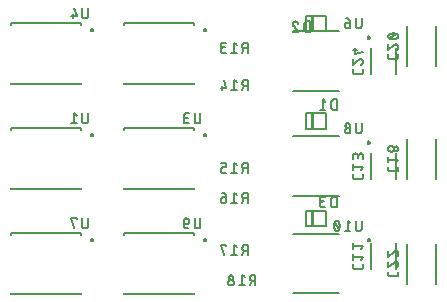
<source format=gbr>
G04 EAGLE Gerber RS-274X export*
G75*
%MOMM*%
%FSLAX34Y34*%
%LPD*%
%INSilkscreen Bottom*%
%IPPOS*%
%AMOC8*
5,1,8,0,0,1.08239X$1,22.5*%
G01*
%ADD10C,0.127000*%
%ADD11C,0.152400*%
%ADD12C,0.200000*%


D10*
X376883Y776400D02*
X376883Y798400D01*
X397817Y798400D02*
X397817Y776400D01*
D11*
X361135Y778519D02*
X361135Y780438D01*
X361135Y778519D02*
X361137Y778433D01*
X361143Y778347D01*
X361152Y778261D01*
X361166Y778176D01*
X361183Y778092D01*
X361204Y778008D01*
X361229Y777926D01*
X361257Y777845D01*
X361289Y777765D01*
X361325Y777686D01*
X361364Y777610D01*
X361407Y777535D01*
X361452Y777462D01*
X361501Y777391D01*
X361554Y777323D01*
X361609Y777256D01*
X361667Y777193D01*
X361728Y777132D01*
X361791Y777074D01*
X361858Y777019D01*
X361926Y776966D01*
X361997Y776917D01*
X362070Y776872D01*
X362145Y776829D01*
X362221Y776790D01*
X362300Y776754D01*
X362380Y776722D01*
X362461Y776694D01*
X362543Y776669D01*
X362627Y776648D01*
X362711Y776631D01*
X362796Y776617D01*
X362882Y776608D01*
X362968Y776602D01*
X363054Y776600D01*
X367852Y776600D01*
X367938Y776602D01*
X368024Y776608D01*
X368110Y776617D01*
X368195Y776631D01*
X368279Y776648D01*
X368363Y776669D01*
X368445Y776694D01*
X368526Y776722D01*
X368606Y776754D01*
X368685Y776790D01*
X368761Y776829D01*
X368836Y776872D01*
X368909Y776917D01*
X368980Y776966D01*
X369048Y777019D01*
X369115Y777074D01*
X369178Y777132D01*
X369239Y777193D01*
X369297Y777256D01*
X369352Y777323D01*
X369404Y777391D01*
X369454Y777462D01*
X369499Y777535D01*
X369542Y777610D01*
X369581Y777686D01*
X369617Y777765D01*
X369649Y777845D01*
X369677Y777926D01*
X369702Y778008D01*
X369723Y778092D01*
X369740Y778176D01*
X369754Y778261D01*
X369763Y778347D01*
X369769Y778433D01*
X369771Y778519D01*
X369771Y780438D01*
X367852Y784258D02*
X369771Y786657D01*
X361135Y786657D01*
X361135Y784258D02*
X361135Y789056D01*
X367852Y793402D02*
X369771Y795801D01*
X361135Y795801D01*
X361135Y793402D02*
X361135Y798200D01*
D10*
X376883Y852600D02*
X376883Y874600D01*
X397817Y874600D02*
X397817Y852600D01*
D11*
X361135Y854719D02*
X361135Y856638D01*
X361135Y854719D02*
X361137Y854633D01*
X361143Y854547D01*
X361152Y854461D01*
X361166Y854376D01*
X361183Y854292D01*
X361204Y854208D01*
X361229Y854126D01*
X361257Y854045D01*
X361289Y853965D01*
X361325Y853886D01*
X361364Y853810D01*
X361407Y853735D01*
X361452Y853662D01*
X361501Y853591D01*
X361554Y853523D01*
X361609Y853456D01*
X361667Y853393D01*
X361728Y853332D01*
X361791Y853274D01*
X361858Y853219D01*
X361926Y853166D01*
X361997Y853117D01*
X362070Y853072D01*
X362145Y853029D01*
X362221Y852990D01*
X362300Y852954D01*
X362380Y852922D01*
X362461Y852894D01*
X362543Y852869D01*
X362627Y852848D01*
X362711Y852831D01*
X362796Y852817D01*
X362882Y852808D01*
X362968Y852802D01*
X363054Y852800D01*
X367852Y852800D01*
X367938Y852802D01*
X368024Y852808D01*
X368110Y852817D01*
X368195Y852831D01*
X368279Y852848D01*
X368363Y852869D01*
X368445Y852894D01*
X368526Y852922D01*
X368606Y852954D01*
X368685Y852990D01*
X368761Y853029D01*
X368836Y853072D01*
X368909Y853117D01*
X368980Y853166D01*
X369048Y853219D01*
X369115Y853274D01*
X369178Y853332D01*
X369239Y853393D01*
X369297Y853456D01*
X369352Y853523D01*
X369404Y853591D01*
X369454Y853662D01*
X369499Y853735D01*
X369542Y853810D01*
X369581Y853886D01*
X369617Y853965D01*
X369649Y854045D01*
X369677Y854126D01*
X369702Y854208D01*
X369723Y854292D01*
X369740Y854376D01*
X369754Y854461D01*
X369763Y854547D01*
X369769Y854633D01*
X369771Y854719D01*
X369771Y856638D01*
X367852Y860458D02*
X369771Y862857D01*
X361135Y862857D01*
X361135Y860458D02*
X361135Y865256D01*
X361135Y869602D02*
X361135Y872001D01*
X361137Y872098D01*
X361143Y872194D01*
X361152Y872290D01*
X361166Y872386D01*
X361183Y872481D01*
X361205Y872575D01*
X361230Y872668D01*
X361258Y872761D01*
X361291Y872852D01*
X361327Y872941D01*
X361367Y873029D01*
X361410Y873116D01*
X361456Y873201D01*
X361506Y873283D01*
X361560Y873364D01*
X361616Y873442D01*
X361676Y873518D01*
X361738Y873592D01*
X361804Y873663D01*
X361872Y873731D01*
X361943Y873797D01*
X362017Y873859D01*
X362093Y873919D01*
X362171Y873975D01*
X362252Y874029D01*
X362335Y874079D01*
X362419Y874125D01*
X362506Y874168D01*
X362594Y874208D01*
X362683Y874244D01*
X362774Y874277D01*
X362867Y874305D01*
X362960Y874330D01*
X363054Y874352D01*
X363149Y874369D01*
X363245Y874383D01*
X363341Y874392D01*
X363437Y874398D01*
X363534Y874400D01*
X363631Y874398D01*
X363727Y874392D01*
X363823Y874383D01*
X363919Y874369D01*
X364014Y874352D01*
X364108Y874330D01*
X364201Y874305D01*
X364294Y874277D01*
X364385Y874244D01*
X364474Y874208D01*
X364562Y874168D01*
X364649Y874125D01*
X364734Y874079D01*
X364816Y874029D01*
X364897Y873975D01*
X364975Y873919D01*
X365051Y873859D01*
X365125Y873797D01*
X365196Y873731D01*
X365264Y873663D01*
X365330Y873592D01*
X365392Y873518D01*
X365452Y873442D01*
X365508Y873364D01*
X365562Y873283D01*
X365612Y873201D01*
X365658Y873116D01*
X365701Y873029D01*
X365741Y872941D01*
X365777Y872852D01*
X365810Y872761D01*
X365838Y872668D01*
X365863Y872575D01*
X365885Y872481D01*
X365902Y872386D01*
X365916Y872290D01*
X365925Y872194D01*
X365931Y872098D01*
X365933Y872001D01*
X369771Y872481D02*
X369771Y869602D01*
X369771Y872481D02*
X369769Y872567D01*
X369763Y872653D01*
X369754Y872739D01*
X369740Y872824D01*
X369723Y872908D01*
X369702Y872992D01*
X369677Y873074D01*
X369649Y873155D01*
X369617Y873235D01*
X369581Y873314D01*
X369542Y873390D01*
X369499Y873465D01*
X369454Y873538D01*
X369405Y873609D01*
X369352Y873677D01*
X369297Y873744D01*
X369239Y873807D01*
X369178Y873868D01*
X369115Y873926D01*
X369048Y873981D01*
X368980Y874034D01*
X368909Y874083D01*
X368836Y874128D01*
X368761Y874171D01*
X368685Y874210D01*
X368606Y874246D01*
X368526Y874278D01*
X368445Y874306D01*
X368363Y874331D01*
X368279Y874352D01*
X368195Y874369D01*
X368110Y874383D01*
X368024Y874392D01*
X367938Y874398D01*
X367852Y874400D01*
X367766Y874398D01*
X367680Y874392D01*
X367594Y874383D01*
X367509Y874369D01*
X367425Y874352D01*
X367341Y874331D01*
X367259Y874306D01*
X367178Y874278D01*
X367098Y874246D01*
X367019Y874210D01*
X366943Y874171D01*
X366868Y874128D01*
X366795Y874083D01*
X366724Y874034D01*
X366656Y873981D01*
X366589Y873926D01*
X366526Y873868D01*
X366465Y873807D01*
X366407Y873744D01*
X366352Y873677D01*
X366299Y873609D01*
X366250Y873538D01*
X366205Y873465D01*
X366162Y873390D01*
X366123Y873314D01*
X366087Y873235D01*
X366055Y873155D01*
X366027Y873074D01*
X366002Y872992D01*
X365981Y872908D01*
X365964Y872824D01*
X365950Y872739D01*
X365941Y872653D01*
X365935Y872567D01*
X365933Y872481D01*
X365933Y870562D01*
D10*
X406883Y886950D02*
X406883Y852950D01*
X431317Y852950D02*
X431317Y886950D01*
D11*
X391135Y862988D02*
X391135Y861069D01*
X391137Y860983D01*
X391143Y860897D01*
X391152Y860811D01*
X391166Y860726D01*
X391183Y860642D01*
X391204Y860558D01*
X391229Y860476D01*
X391257Y860395D01*
X391289Y860315D01*
X391325Y860236D01*
X391364Y860160D01*
X391407Y860085D01*
X391452Y860012D01*
X391501Y859941D01*
X391554Y859873D01*
X391609Y859806D01*
X391667Y859743D01*
X391728Y859682D01*
X391791Y859624D01*
X391858Y859569D01*
X391926Y859516D01*
X391997Y859467D01*
X392070Y859422D01*
X392145Y859379D01*
X392221Y859340D01*
X392300Y859304D01*
X392380Y859272D01*
X392461Y859244D01*
X392543Y859219D01*
X392627Y859198D01*
X392711Y859181D01*
X392796Y859167D01*
X392882Y859158D01*
X392968Y859152D01*
X393054Y859150D01*
X397852Y859150D01*
X397938Y859152D01*
X398024Y859158D01*
X398110Y859167D01*
X398195Y859181D01*
X398279Y859198D01*
X398363Y859219D01*
X398445Y859244D01*
X398526Y859272D01*
X398606Y859304D01*
X398685Y859340D01*
X398761Y859379D01*
X398836Y859422D01*
X398909Y859467D01*
X398980Y859516D01*
X399048Y859569D01*
X399115Y859624D01*
X399178Y859682D01*
X399239Y859743D01*
X399297Y859806D01*
X399352Y859873D01*
X399404Y859941D01*
X399454Y860012D01*
X399499Y860085D01*
X399542Y860160D01*
X399581Y860236D01*
X399617Y860315D01*
X399649Y860395D01*
X399677Y860476D01*
X399702Y860558D01*
X399723Y860642D01*
X399740Y860726D01*
X399754Y860811D01*
X399763Y860897D01*
X399769Y860983D01*
X399771Y861069D01*
X399771Y862988D01*
X397852Y866808D02*
X399771Y869207D01*
X391135Y869207D01*
X391135Y866808D02*
X391135Y871606D01*
X393534Y875952D02*
X393631Y875954D01*
X393727Y875960D01*
X393823Y875969D01*
X393919Y875983D01*
X394014Y876000D01*
X394108Y876022D01*
X394201Y876047D01*
X394294Y876075D01*
X394385Y876108D01*
X394474Y876144D01*
X394562Y876184D01*
X394649Y876227D01*
X394734Y876273D01*
X394816Y876323D01*
X394897Y876377D01*
X394975Y876433D01*
X395051Y876493D01*
X395125Y876555D01*
X395196Y876621D01*
X395264Y876689D01*
X395330Y876760D01*
X395392Y876834D01*
X395452Y876910D01*
X395508Y876988D01*
X395562Y877069D01*
X395612Y877152D01*
X395658Y877236D01*
X395701Y877323D01*
X395741Y877411D01*
X395777Y877500D01*
X395810Y877591D01*
X395838Y877684D01*
X395863Y877777D01*
X395885Y877871D01*
X395902Y877966D01*
X395916Y878062D01*
X395925Y878158D01*
X395931Y878254D01*
X395933Y878351D01*
X395931Y878448D01*
X395925Y878544D01*
X395916Y878640D01*
X395902Y878736D01*
X395885Y878831D01*
X395863Y878925D01*
X395838Y879018D01*
X395810Y879111D01*
X395777Y879202D01*
X395741Y879291D01*
X395701Y879379D01*
X395658Y879466D01*
X395612Y879551D01*
X395562Y879633D01*
X395508Y879714D01*
X395452Y879792D01*
X395392Y879868D01*
X395330Y879942D01*
X395264Y880013D01*
X395196Y880081D01*
X395125Y880147D01*
X395051Y880209D01*
X394975Y880269D01*
X394897Y880325D01*
X394816Y880379D01*
X394734Y880429D01*
X394649Y880475D01*
X394562Y880518D01*
X394474Y880558D01*
X394385Y880594D01*
X394294Y880627D01*
X394201Y880655D01*
X394108Y880680D01*
X394014Y880702D01*
X393919Y880719D01*
X393823Y880733D01*
X393727Y880742D01*
X393631Y880748D01*
X393534Y880750D01*
X393437Y880748D01*
X393341Y880742D01*
X393245Y880733D01*
X393149Y880719D01*
X393054Y880702D01*
X392960Y880680D01*
X392867Y880655D01*
X392774Y880627D01*
X392683Y880594D01*
X392594Y880558D01*
X392506Y880518D01*
X392419Y880475D01*
X392335Y880429D01*
X392252Y880379D01*
X392171Y880325D01*
X392093Y880269D01*
X392017Y880209D01*
X391943Y880147D01*
X391872Y880081D01*
X391804Y880013D01*
X391738Y879942D01*
X391676Y879868D01*
X391616Y879792D01*
X391560Y879714D01*
X391506Y879633D01*
X391456Y879551D01*
X391410Y879466D01*
X391367Y879379D01*
X391327Y879291D01*
X391291Y879202D01*
X391258Y879111D01*
X391230Y879018D01*
X391205Y878925D01*
X391183Y878831D01*
X391166Y878736D01*
X391152Y878640D01*
X391143Y878544D01*
X391137Y878448D01*
X391135Y878351D01*
X391137Y878254D01*
X391143Y878158D01*
X391152Y878062D01*
X391166Y877966D01*
X391183Y877871D01*
X391205Y877777D01*
X391230Y877684D01*
X391258Y877591D01*
X391291Y877500D01*
X391327Y877411D01*
X391367Y877323D01*
X391410Y877236D01*
X391456Y877152D01*
X391506Y877069D01*
X391560Y876988D01*
X391616Y876910D01*
X391676Y876834D01*
X391738Y876760D01*
X391804Y876689D01*
X391872Y876621D01*
X391943Y876555D01*
X392017Y876493D01*
X392093Y876433D01*
X392171Y876377D01*
X392252Y876323D01*
X392335Y876273D01*
X392419Y876227D01*
X392506Y876184D01*
X392594Y876144D01*
X392683Y876108D01*
X392774Y876075D01*
X392867Y876047D01*
X392960Y876022D01*
X393054Y876000D01*
X393149Y875983D01*
X393245Y875969D01*
X393341Y875960D01*
X393437Y875954D01*
X393534Y875952D01*
X397852Y876432D02*
X397938Y876434D01*
X398024Y876440D01*
X398110Y876449D01*
X398195Y876463D01*
X398279Y876480D01*
X398363Y876501D01*
X398445Y876526D01*
X398526Y876554D01*
X398606Y876586D01*
X398685Y876622D01*
X398761Y876661D01*
X398836Y876704D01*
X398909Y876749D01*
X398980Y876798D01*
X399048Y876851D01*
X399115Y876906D01*
X399178Y876964D01*
X399239Y877025D01*
X399297Y877088D01*
X399352Y877155D01*
X399405Y877223D01*
X399454Y877294D01*
X399499Y877367D01*
X399542Y877442D01*
X399581Y877518D01*
X399617Y877597D01*
X399649Y877677D01*
X399677Y877758D01*
X399702Y877840D01*
X399723Y877924D01*
X399740Y878008D01*
X399754Y878093D01*
X399763Y878179D01*
X399769Y878265D01*
X399771Y878351D01*
X399769Y878437D01*
X399763Y878523D01*
X399754Y878609D01*
X399740Y878694D01*
X399723Y878778D01*
X399702Y878862D01*
X399677Y878944D01*
X399649Y879025D01*
X399617Y879105D01*
X399581Y879184D01*
X399542Y879260D01*
X399499Y879335D01*
X399454Y879408D01*
X399405Y879479D01*
X399352Y879547D01*
X399297Y879614D01*
X399239Y879677D01*
X399178Y879738D01*
X399115Y879796D01*
X399048Y879851D01*
X398980Y879904D01*
X398909Y879953D01*
X398836Y879998D01*
X398761Y880041D01*
X398685Y880080D01*
X398606Y880116D01*
X398526Y880148D01*
X398445Y880176D01*
X398363Y880201D01*
X398279Y880222D01*
X398195Y880239D01*
X398110Y880253D01*
X398024Y880262D01*
X397938Y880268D01*
X397852Y880270D01*
X397766Y880268D01*
X397680Y880262D01*
X397594Y880253D01*
X397509Y880239D01*
X397425Y880222D01*
X397341Y880201D01*
X397259Y880176D01*
X397178Y880148D01*
X397098Y880116D01*
X397019Y880080D01*
X396943Y880041D01*
X396868Y879998D01*
X396795Y879953D01*
X396724Y879904D01*
X396656Y879851D01*
X396589Y879796D01*
X396526Y879738D01*
X396465Y879677D01*
X396407Y879614D01*
X396352Y879547D01*
X396299Y879479D01*
X396250Y879408D01*
X396205Y879335D01*
X396162Y879260D01*
X396123Y879184D01*
X396087Y879105D01*
X396055Y879025D01*
X396027Y878944D01*
X396002Y878862D01*
X395981Y878778D01*
X395964Y878694D01*
X395950Y878609D01*
X395941Y878523D01*
X395935Y878437D01*
X395933Y878351D01*
X395935Y878265D01*
X395941Y878179D01*
X395950Y878093D01*
X395964Y878008D01*
X395981Y877924D01*
X396002Y877840D01*
X396027Y877758D01*
X396055Y877677D01*
X396087Y877597D01*
X396123Y877518D01*
X396162Y877442D01*
X396205Y877367D01*
X396250Y877294D01*
X396299Y877223D01*
X396352Y877155D01*
X396407Y877088D01*
X396465Y877025D01*
X396526Y876964D01*
X396589Y876906D01*
X396656Y876851D01*
X396724Y876798D01*
X396795Y876749D01*
X396868Y876704D01*
X396943Y876661D01*
X397019Y876622D01*
X397098Y876586D01*
X397178Y876554D01*
X397259Y876526D01*
X397341Y876501D01*
X397425Y876480D01*
X397509Y876463D01*
X397594Y876449D01*
X397680Y876440D01*
X397766Y876434D01*
X397852Y876432D01*
D10*
X406883Y948200D02*
X406883Y982200D01*
X431317Y982200D02*
X431317Y948200D01*
D11*
X391135Y956319D02*
X391135Y958238D01*
X391135Y956319D02*
X391137Y956233D01*
X391143Y956147D01*
X391152Y956061D01*
X391166Y955976D01*
X391183Y955892D01*
X391204Y955808D01*
X391229Y955726D01*
X391257Y955645D01*
X391289Y955565D01*
X391325Y955486D01*
X391364Y955410D01*
X391407Y955335D01*
X391452Y955262D01*
X391501Y955191D01*
X391554Y955123D01*
X391609Y955056D01*
X391667Y954993D01*
X391728Y954932D01*
X391791Y954874D01*
X391858Y954819D01*
X391926Y954766D01*
X391997Y954717D01*
X392070Y954672D01*
X392145Y954629D01*
X392221Y954590D01*
X392300Y954554D01*
X392380Y954522D01*
X392461Y954494D01*
X392543Y954469D01*
X392627Y954448D01*
X392711Y954431D01*
X392796Y954417D01*
X392882Y954408D01*
X392968Y954402D01*
X393054Y954400D01*
X397852Y954400D01*
X397938Y954402D01*
X398024Y954408D01*
X398110Y954417D01*
X398195Y954431D01*
X398279Y954448D01*
X398363Y954469D01*
X398445Y954494D01*
X398526Y954522D01*
X398606Y954554D01*
X398685Y954590D01*
X398761Y954629D01*
X398836Y954672D01*
X398909Y954717D01*
X398980Y954766D01*
X399048Y954819D01*
X399115Y954874D01*
X399178Y954932D01*
X399239Y954993D01*
X399297Y955056D01*
X399352Y955123D01*
X399404Y955191D01*
X399454Y955262D01*
X399499Y955335D01*
X399542Y955410D01*
X399581Y955486D01*
X399617Y955565D01*
X399649Y955645D01*
X399677Y955726D01*
X399702Y955808D01*
X399723Y955892D01*
X399740Y955976D01*
X399754Y956061D01*
X399763Y956147D01*
X399769Y956233D01*
X399771Y956319D01*
X399771Y958238D01*
X399771Y964697D02*
X399769Y964789D01*
X399763Y964880D01*
X399754Y964971D01*
X399740Y965062D01*
X399723Y965152D01*
X399701Y965241D01*
X399676Y965329D01*
X399648Y965416D01*
X399615Y965502D01*
X399579Y965586D01*
X399540Y965669D01*
X399497Y965750D01*
X399450Y965829D01*
X399401Y965906D01*
X399348Y965981D01*
X399292Y966053D01*
X399233Y966123D01*
X399171Y966191D01*
X399106Y966256D01*
X399038Y966318D01*
X398968Y966377D01*
X398896Y966433D01*
X398821Y966486D01*
X398744Y966535D01*
X398665Y966582D01*
X398584Y966625D01*
X398501Y966664D01*
X398417Y966700D01*
X398331Y966733D01*
X398244Y966761D01*
X398156Y966786D01*
X398067Y966808D01*
X397977Y966825D01*
X397886Y966839D01*
X397795Y966848D01*
X397704Y966854D01*
X397612Y966856D01*
X399771Y964697D02*
X399769Y964594D01*
X399763Y964492D01*
X399754Y964390D01*
X399741Y964288D01*
X399724Y964187D01*
X399703Y964086D01*
X399679Y963987D01*
X399650Y963888D01*
X399619Y963791D01*
X399583Y963694D01*
X399545Y963599D01*
X399502Y963506D01*
X399456Y963414D01*
X399407Y963324D01*
X399355Y963236D01*
X399299Y963149D01*
X399240Y963065D01*
X399179Y962984D01*
X399114Y962904D01*
X399046Y962827D01*
X398975Y962752D01*
X398902Y962681D01*
X398826Y962612D01*
X398748Y962545D01*
X398667Y962482D01*
X398584Y962422D01*
X398499Y962365D01*
X398412Y962311D01*
X398322Y962260D01*
X398231Y962213D01*
X398139Y962169D01*
X398044Y962128D01*
X397949Y962091D01*
X397852Y962058D01*
X395933Y966136D02*
X395999Y966203D01*
X396068Y966267D01*
X396139Y966328D01*
X396213Y966386D01*
X396289Y966441D01*
X396367Y966493D01*
X396447Y966542D01*
X396529Y966588D01*
X396613Y966630D01*
X396699Y966669D01*
X396786Y966704D01*
X396874Y966735D01*
X396964Y966763D01*
X397054Y966788D01*
X397146Y966809D01*
X397238Y966826D01*
X397331Y966839D01*
X397424Y966848D01*
X397518Y966854D01*
X397612Y966856D01*
X395933Y966136D02*
X391135Y962058D01*
X391135Y966856D01*
X395453Y971202D02*
X395623Y971204D01*
X395793Y971210D01*
X395962Y971220D01*
X396132Y971234D01*
X396301Y971253D01*
X396469Y971275D01*
X396637Y971301D01*
X396804Y971331D01*
X396970Y971366D01*
X397136Y971404D01*
X397301Y971446D01*
X397464Y971492D01*
X397627Y971542D01*
X397788Y971596D01*
X397948Y971653D01*
X398106Y971715D01*
X398263Y971780D01*
X398418Y971849D01*
X398572Y971922D01*
X398648Y971950D01*
X398723Y971982D01*
X398797Y972017D01*
X398869Y972055D01*
X398939Y972097D01*
X399007Y972142D01*
X399073Y972190D01*
X399137Y972241D01*
X399198Y972295D01*
X399257Y972351D01*
X399313Y972411D01*
X399366Y972472D01*
X399416Y972536D01*
X399464Y972603D01*
X399508Y972671D01*
X399549Y972742D01*
X399587Y972814D01*
X399621Y972888D01*
X399652Y972963D01*
X399680Y973040D01*
X399704Y973118D01*
X399724Y973197D01*
X399741Y973277D01*
X399754Y973357D01*
X399764Y973438D01*
X399769Y973519D01*
X399771Y973601D01*
X399769Y973683D01*
X399764Y973764D01*
X399754Y973845D01*
X399741Y973925D01*
X399724Y974005D01*
X399704Y974084D01*
X399680Y974162D01*
X399652Y974239D01*
X399621Y974314D01*
X399587Y974388D01*
X399549Y974460D01*
X399508Y974531D01*
X399464Y974599D01*
X399416Y974666D01*
X399366Y974730D01*
X399313Y974791D01*
X399257Y974851D01*
X399198Y974907D01*
X399137Y974961D01*
X399073Y975012D01*
X399007Y975060D01*
X398939Y975105D01*
X398869Y975147D01*
X398797Y975185D01*
X398723Y975220D01*
X398648Y975252D01*
X398572Y975280D01*
X398418Y975353D01*
X398263Y975422D01*
X398106Y975487D01*
X397948Y975549D01*
X397788Y975606D01*
X397627Y975660D01*
X397464Y975710D01*
X397301Y975756D01*
X397136Y975798D01*
X396970Y975836D01*
X396804Y975871D01*
X396637Y975901D01*
X396469Y975927D01*
X396301Y975949D01*
X396132Y975968D01*
X395962Y975982D01*
X395793Y975992D01*
X395623Y975998D01*
X395453Y976000D01*
X395453Y971202D02*
X395283Y971204D01*
X395113Y971210D01*
X394944Y971220D01*
X394774Y971234D01*
X394605Y971253D01*
X394437Y971275D01*
X394269Y971301D01*
X394102Y971331D01*
X393936Y971366D01*
X393770Y971404D01*
X393605Y971446D01*
X393442Y971492D01*
X393280Y971542D01*
X393118Y971596D01*
X392959Y971653D01*
X392800Y971715D01*
X392643Y971780D01*
X392488Y971849D01*
X392334Y971922D01*
X392258Y971950D01*
X392183Y971982D01*
X392109Y972017D01*
X392037Y972055D01*
X391967Y972097D01*
X391899Y972142D01*
X391833Y972190D01*
X391769Y972241D01*
X391708Y972295D01*
X391649Y972351D01*
X391593Y972411D01*
X391540Y972472D01*
X391490Y972536D01*
X391442Y972603D01*
X391398Y972671D01*
X391357Y972742D01*
X391319Y972814D01*
X391285Y972888D01*
X391254Y972963D01*
X391226Y973040D01*
X391202Y973118D01*
X391182Y973197D01*
X391165Y973277D01*
X391152Y973357D01*
X391142Y973438D01*
X391137Y973519D01*
X391135Y973601D01*
X392334Y975280D02*
X392488Y975353D01*
X392643Y975422D01*
X392800Y975487D01*
X392959Y975549D01*
X393118Y975606D01*
X393280Y975660D01*
X393442Y975710D01*
X393605Y975756D01*
X393770Y975798D01*
X393936Y975836D01*
X394102Y975871D01*
X394269Y975901D01*
X394437Y975927D01*
X394605Y975949D01*
X394774Y975968D01*
X394944Y975982D01*
X395113Y975992D01*
X395283Y975998D01*
X395453Y976000D01*
X392334Y975280D02*
X392258Y975252D01*
X392183Y975220D01*
X392109Y975185D01*
X392037Y975147D01*
X391967Y975105D01*
X391899Y975060D01*
X391833Y975012D01*
X391769Y974961D01*
X391708Y974907D01*
X391649Y974851D01*
X391593Y974791D01*
X391540Y974730D01*
X391490Y974666D01*
X391442Y974599D01*
X391398Y974531D01*
X391357Y974460D01*
X391319Y974388D01*
X391285Y974314D01*
X391254Y974239D01*
X391226Y974162D01*
X391202Y974084D01*
X391182Y974005D01*
X391165Y973925D01*
X391152Y973845D01*
X391142Y973764D01*
X391137Y973683D01*
X391135Y973601D01*
X393054Y971682D02*
X397852Y975520D01*
D10*
X406883Y798050D02*
X406883Y764050D01*
X431317Y764050D02*
X431317Y798050D01*
D11*
X391135Y774088D02*
X391135Y772169D01*
X391137Y772083D01*
X391143Y771997D01*
X391152Y771911D01*
X391166Y771826D01*
X391183Y771742D01*
X391204Y771658D01*
X391229Y771576D01*
X391257Y771495D01*
X391289Y771415D01*
X391325Y771336D01*
X391364Y771260D01*
X391407Y771185D01*
X391452Y771112D01*
X391501Y771041D01*
X391554Y770973D01*
X391609Y770906D01*
X391667Y770843D01*
X391728Y770782D01*
X391791Y770724D01*
X391858Y770669D01*
X391926Y770616D01*
X391997Y770567D01*
X392070Y770522D01*
X392145Y770479D01*
X392221Y770440D01*
X392300Y770404D01*
X392380Y770372D01*
X392461Y770344D01*
X392543Y770319D01*
X392627Y770298D01*
X392711Y770281D01*
X392796Y770267D01*
X392882Y770258D01*
X392968Y770252D01*
X393054Y770250D01*
X397852Y770250D01*
X397938Y770252D01*
X398024Y770258D01*
X398110Y770267D01*
X398195Y770281D01*
X398279Y770298D01*
X398363Y770319D01*
X398445Y770344D01*
X398526Y770372D01*
X398606Y770404D01*
X398685Y770440D01*
X398761Y770479D01*
X398836Y770522D01*
X398909Y770567D01*
X398980Y770616D01*
X399048Y770669D01*
X399115Y770724D01*
X399178Y770782D01*
X399239Y770843D01*
X399297Y770906D01*
X399352Y770973D01*
X399404Y771041D01*
X399454Y771112D01*
X399499Y771185D01*
X399542Y771260D01*
X399581Y771336D01*
X399617Y771415D01*
X399649Y771495D01*
X399677Y771576D01*
X399702Y771658D01*
X399723Y771742D01*
X399740Y771826D01*
X399754Y771911D01*
X399763Y771997D01*
X399769Y772083D01*
X399771Y772169D01*
X399771Y774088D01*
X399771Y780547D02*
X399769Y780639D01*
X399763Y780730D01*
X399754Y780821D01*
X399740Y780912D01*
X399723Y781002D01*
X399701Y781091D01*
X399676Y781179D01*
X399648Y781266D01*
X399615Y781352D01*
X399579Y781436D01*
X399540Y781519D01*
X399497Y781600D01*
X399450Y781679D01*
X399401Y781756D01*
X399348Y781831D01*
X399292Y781903D01*
X399233Y781973D01*
X399171Y782041D01*
X399106Y782106D01*
X399038Y782168D01*
X398968Y782227D01*
X398896Y782283D01*
X398821Y782336D01*
X398744Y782385D01*
X398665Y782432D01*
X398584Y782475D01*
X398501Y782514D01*
X398417Y782550D01*
X398331Y782583D01*
X398244Y782611D01*
X398156Y782636D01*
X398067Y782658D01*
X397977Y782675D01*
X397886Y782689D01*
X397795Y782698D01*
X397704Y782704D01*
X397612Y782706D01*
X399771Y780547D02*
X399769Y780444D01*
X399763Y780342D01*
X399754Y780240D01*
X399741Y780138D01*
X399724Y780037D01*
X399703Y779936D01*
X399679Y779837D01*
X399650Y779738D01*
X399619Y779641D01*
X399583Y779544D01*
X399545Y779449D01*
X399502Y779356D01*
X399456Y779264D01*
X399407Y779174D01*
X399355Y779086D01*
X399299Y778999D01*
X399240Y778915D01*
X399179Y778834D01*
X399114Y778754D01*
X399046Y778677D01*
X398975Y778602D01*
X398902Y778531D01*
X398826Y778462D01*
X398748Y778395D01*
X398667Y778332D01*
X398584Y778272D01*
X398499Y778215D01*
X398412Y778161D01*
X398322Y778110D01*
X398231Y778063D01*
X398139Y778019D01*
X398044Y777978D01*
X397949Y777941D01*
X397852Y777908D01*
X395933Y781986D02*
X395999Y782053D01*
X396068Y782117D01*
X396139Y782178D01*
X396213Y782236D01*
X396289Y782291D01*
X396367Y782343D01*
X396447Y782392D01*
X396529Y782438D01*
X396613Y782480D01*
X396699Y782519D01*
X396786Y782554D01*
X396874Y782585D01*
X396964Y782613D01*
X397054Y782638D01*
X397146Y782659D01*
X397238Y782676D01*
X397331Y782689D01*
X397424Y782698D01*
X397518Y782704D01*
X397612Y782706D01*
X395933Y781986D02*
X391135Y777908D01*
X391135Y782706D01*
X399771Y789691D02*
X399769Y789783D01*
X399763Y789874D01*
X399754Y789965D01*
X399740Y790056D01*
X399723Y790146D01*
X399701Y790235D01*
X399676Y790323D01*
X399648Y790410D01*
X399615Y790496D01*
X399579Y790580D01*
X399540Y790663D01*
X399497Y790744D01*
X399450Y790823D01*
X399401Y790900D01*
X399348Y790975D01*
X399292Y791047D01*
X399233Y791117D01*
X399171Y791185D01*
X399106Y791250D01*
X399038Y791312D01*
X398968Y791371D01*
X398896Y791427D01*
X398821Y791480D01*
X398744Y791529D01*
X398665Y791576D01*
X398584Y791619D01*
X398501Y791658D01*
X398417Y791694D01*
X398331Y791727D01*
X398244Y791755D01*
X398156Y791780D01*
X398067Y791802D01*
X397977Y791819D01*
X397886Y791833D01*
X397795Y791842D01*
X397704Y791848D01*
X397612Y791850D01*
X399771Y789691D02*
X399769Y789588D01*
X399763Y789486D01*
X399754Y789384D01*
X399741Y789282D01*
X399724Y789181D01*
X399703Y789080D01*
X399679Y788981D01*
X399650Y788882D01*
X399619Y788785D01*
X399583Y788688D01*
X399545Y788593D01*
X399502Y788500D01*
X399456Y788408D01*
X399407Y788318D01*
X399355Y788230D01*
X399299Y788143D01*
X399240Y788059D01*
X399179Y787978D01*
X399114Y787898D01*
X399046Y787821D01*
X398975Y787746D01*
X398902Y787675D01*
X398826Y787606D01*
X398748Y787539D01*
X398667Y787476D01*
X398584Y787416D01*
X398499Y787359D01*
X398412Y787305D01*
X398322Y787254D01*
X398231Y787207D01*
X398139Y787163D01*
X398044Y787122D01*
X397949Y787085D01*
X397852Y787052D01*
X395933Y791130D02*
X395999Y791197D01*
X396068Y791261D01*
X396139Y791322D01*
X396213Y791380D01*
X396289Y791435D01*
X396367Y791487D01*
X396447Y791536D01*
X396529Y791582D01*
X396613Y791624D01*
X396699Y791663D01*
X396786Y791698D01*
X396874Y791729D01*
X396964Y791757D01*
X397054Y791782D01*
X397146Y791803D01*
X397238Y791820D01*
X397331Y791833D01*
X397424Y791842D01*
X397518Y791848D01*
X397612Y791850D01*
X395933Y791130D02*
X391135Y787052D01*
X391135Y791850D01*
D10*
X376883Y941500D02*
X376883Y963500D01*
X397817Y963500D02*
X397817Y941500D01*
D11*
X361135Y943619D02*
X361135Y945538D01*
X361135Y943619D02*
X361137Y943533D01*
X361143Y943447D01*
X361152Y943361D01*
X361166Y943276D01*
X361183Y943192D01*
X361204Y943108D01*
X361229Y943026D01*
X361257Y942945D01*
X361289Y942865D01*
X361325Y942786D01*
X361364Y942710D01*
X361407Y942635D01*
X361452Y942562D01*
X361501Y942491D01*
X361554Y942423D01*
X361609Y942356D01*
X361667Y942293D01*
X361728Y942232D01*
X361791Y942174D01*
X361858Y942119D01*
X361926Y942066D01*
X361997Y942017D01*
X362070Y941972D01*
X362145Y941929D01*
X362221Y941890D01*
X362300Y941854D01*
X362380Y941822D01*
X362461Y941794D01*
X362543Y941769D01*
X362627Y941748D01*
X362711Y941731D01*
X362796Y941717D01*
X362882Y941708D01*
X362968Y941702D01*
X363054Y941700D01*
X367852Y941700D01*
X367938Y941702D01*
X368024Y941708D01*
X368110Y941717D01*
X368195Y941731D01*
X368279Y941748D01*
X368363Y941769D01*
X368445Y941794D01*
X368526Y941822D01*
X368606Y941854D01*
X368685Y941890D01*
X368761Y941929D01*
X368836Y941972D01*
X368909Y942017D01*
X368980Y942066D01*
X369048Y942119D01*
X369115Y942174D01*
X369178Y942232D01*
X369239Y942293D01*
X369297Y942356D01*
X369352Y942423D01*
X369404Y942491D01*
X369454Y942562D01*
X369499Y942635D01*
X369542Y942710D01*
X369581Y942786D01*
X369617Y942865D01*
X369649Y942945D01*
X369677Y943026D01*
X369702Y943108D01*
X369723Y943192D01*
X369740Y943276D01*
X369754Y943361D01*
X369763Y943447D01*
X369769Y943533D01*
X369771Y943619D01*
X369771Y945538D01*
X369771Y951997D02*
X369769Y952089D01*
X369763Y952180D01*
X369754Y952271D01*
X369740Y952362D01*
X369723Y952452D01*
X369701Y952541D01*
X369676Y952629D01*
X369648Y952716D01*
X369615Y952802D01*
X369579Y952886D01*
X369540Y952969D01*
X369497Y953050D01*
X369450Y953129D01*
X369401Y953206D01*
X369348Y953281D01*
X369292Y953353D01*
X369233Y953423D01*
X369171Y953491D01*
X369106Y953556D01*
X369038Y953618D01*
X368968Y953677D01*
X368896Y953733D01*
X368821Y953786D01*
X368744Y953835D01*
X368665Y953882D01*
X368584Y953925D01*
X368501Y953964D01*
X368417Y954000D01*
X368331Y954033D01*
X368244Y954061D01*
X368156Y954086D01*
X368067Y954108D01*
X367977Y954125D01*
X367886Y954139D01*
X367795Y954148D01*
X367704Y954154D01*
X367612Y954156D01*
X369771Y951997D02*
X369769Y951894D01*
X369763Y951792D01*
X369754Y951690D01*
X369741Y951588D01*
X369724Y951487D01*
X369703Y951386D01*
X369679Y951287D01*
X369650Y951188D01*
X369619Y951091D01*
X369583Y950994D01*
X369545Y950899D01*
X369502Y950806D01*
X369456Y950714D01*
X369407Y950624D01*
X369355Y950536D01*
X369299Y950449D01*
X369240Y950365D01*
X369179Y950284D01*
X369114Y950204D01*
X369046Y950127D01*
X368975Y950052D01*
X368902Y949981D01*
X368826Y949912D01*
X368748Y949845D01*
X368667Y949782D01*
X368584Y949722D01*
X368499Y949665D01*
X368412Y949611D01*
X368322Y949560D01*
X368231Y949513D01*
X368139Y949469D01*
X368044Y949428D01*
X367949Y949391D01*
X367852Y949358D01*
X365933Y953436D02*
X365999Y953503D01*
X366068Y953567D01*
X366139Y953628D01*
X366213Y953686D01*
X366289Y953741D01*
X366367Y953793D01*
X366447Y953842D01*
X366529Y953888D01*
X366613Y953930D01*
X366699Y953969D01*
X366786Y954004D01*
X366874Y954035D01*
X366964Y954063D01*
X367054Y954088D01*
X367146Y954109D01*
X367238Y954126D01*
X367331Y954139D01*
X367424Y954148D01*
X367518Y954154D01*
X367612Y954156D01*
X365933Y953436D02*
X361135Y949358D01*
X361135Y954156D01*
X363054Y958502D02*
X369771Y960421D01*
X363054Y958502D02*
X363054Y963300D01*
X364973Y961861D02*
X361135Y961861D01*
D10*
X338700Y908200D02*
X321700Y908200D01*
X321700Y895200D01*
X338700Y895200D01*
X338700Y908200D01*
X326200Y907700D02*
X326200Y895700D01*
X327200Y895700D01*
X327200Y907700D01*
D11*
X347438Y911462D02*
X347438Y920098D01*
X345039Y920098D01*
X344942Y920096D01*
X344846Y920090D01*
X344750Y920081D01*
X344654Y920067D01*
X344559Y920050D01*
X344465Y920028D01*
X344372Y920003D01*
X344279Y919975D01*
X344188Y919942D01*
X344099Y919906D01*
X344011Y919866D01*
X343924Y919823D01*
X343840Y919777D01*
X343757Y919727D01*
X343676Y919673D01*
X343598Y919617D01*
X343522Y919557D01*
X343448Y919495D01*
X343377Y919429D01*
X343309Y919361D01*
X343243Y919290D01*
X343181Y919216D01*
X343121Y919140D01*
X343065Y919062D01*
X343011Y918981D01*
X342961Y918899D01*
X342915Y918814D01*
X342872Y918727D01*
X342832Y918639D01*
X342796Y918550D01*
X342763Y918459D01*
X342735Y918366D01*
X342710Y918273D01*
X342688Y918179D01*
X342671Y918084D01*
X342657Y917988D01*
X342648Y917892D01*
X342642Y917796D01*
X342640Y917699D01*
X342640Y913861D01*
X342642Y913764D01*
X342648Y913668D01*
X342657Y913572D01*
X342671Y913476D01*
X342688Y913381D01*
X342710Y913287D01*
X342735Y913194D01*
X342763Y913101D01*
X342796Y913010D01*
X342832Y912921D01*
X342872Y912833D01*
X342915Y912746D01*
X342961Y912662D01*
X343011Y912579D01*
X343065Y912498D01*
X343121Y912420D01*
X343181Y912344D01*
X343243Y912270D01*
X343309Y912199D01*
X343377Y912131D01*
X343448Y912065D01*
X343522Y912003D01*
X343598Y911943D01*
X343676Y911887D01*
X343757Y911833D01*
X343840Y911783D01*
X343924Y911737D01*
X344011Y911694D01*
X344099Y911654D01*
X344188Y911618D01*
X344279Y911585D01*
X344372Y911557D01*
X344465Y911532D01*
X344559Y911510D01*
X344654Y911493D01*
X344750Y911479D01*
X344846Y911470D01*
X344942Y911464D01*
X345039Y911462D01*
X347438Y911462D01*
X337989Y918179D02*
X335590Y920098D01*
X335590Y911462D01*
X337989Y911462D02*
X333191Y911462D01*
D10*
X338700Y990750D02*
X321700Y990750D01*
X321700Y977750D01*
X338700Y977750D01*
X338700Y990750D01*
X326200Y990250D02*
X326200Y978250D01*
X327200Y978250D01*
X327200Y990250D01*
D11*
X324578Y986138D02*
X324578Y977502D01*
X324578Y986138D02*
X322179Y986138D01*
X322082Y986136D01*
X321986Y986130D01*
X321890Y986121D01*
X321794Y986107D01*
X321699Y986090D01*
X321605Y986068D01*
X321512Y986043D01*
X321419Y986015D01*
X321328Y985982D01*
X321239Y985946D01*
X321151Y985906D01*
X321064Y985863D01*
X320980Y985817D01*
X320897Y985767D01*
X320816Y985713D01*
X320738Y985657D01*
X320662Y985597D01*
X320588Y985535D01*
X320517Y985469D01*
X320449Y985401D01*
X320383Y985330D01*
X320321Y985256D01*
X320261Y985180D01*
X320205Y985102D01*
X320151Y985021D01*
X320101Y984939D01*
X320055Y984854D01*
X320012Y984767D01*
X319972Y984679D01*
X319936Y984590D01*
X319903Y984499D01*
X319875Y984406D01*
X319850Y984313D01*
X319828Y984219D01*
X319811Y984124D01*
X319797Y984028D01*
X319788Y983932D01*
X319782Y983836D01*
X319780Y983739D01*
X319780Y979901D01*
X319782Y979804D01*
X319788Y979708D01*
X319797Y979612D01*
X319811Y979516D01*
X319828Y979421D01*
X319850Y979327D01*
X319875Y979234D01*
X319903Y979141D01*
X319936Y979050D01*
X319972Y978961D01*
X320012Y978873D01*
X320055Y978786D01*
X320101Y978702D01*
X320151Y978619D01*
X320205Y978538D01*
X320261Y978460D01*
X320321Y978384D01*
X320383Y978310D01*
X320449Y978239D01*
X320517Y978171D01*
X320588Y978105D01*
X320662Y978043D01*
X320738Y977983D01*
X320816Y977927D01*
X320897Y977873D01*
X320980Y977823D01*
X321064Y977777D01*
X321151Y977734D01*
X321239Y977694D01*
X321328Y977658D01*
X321419Y977625D01*
X321512Y977597D01*
X321605Y977572D01*
X321699Y977550D01*
X321794Y977533D01*
X321890Y977519D01*
X321986Y977510D01*
X322082Y977504D01*
X322179Y977502D01*
X324578Y977502D01*
X312490Y986138D02*
X312398Y986136D01*
X312307Y986130D01*
X312216Y986121D01*
X312125Y986107D01*
X312035Y986090D01*
X311946Y986068D01*
X311858Y986043D01*
X311771Y986015D01*
X311685Y985982D01*
X311601Y985946D01*
X311518Y985907D01*
X311437Y985864D01*
X311358Y985817D01*
X311281Y985768D01*
X311206Y985715D01*
X311134Y985659D01*
X311064Y985600D01*
X310996Y985538D01*
X310931Y985473D01*
X310869Y985405D01*
X310810Y985335D01*
X310754Y985263D01*
X310701Y985188D01*
X310652Y985111D01*
X310605Y985032D01*
X310562Y984951D01*
X310523Y984868D01*
X310487Y984784D01*
X310454Y984698D01*
X310426Y984611D01*
X310401Y984523D01*
X310379Y984434D01*
X310362Y984344D01*
X310348Y984253D01*
X310339Y984162D01*
X310333Y984071D01*
X310331Y983979D01*
X312490Y986138D02*
X312593Y986136D01*
X312695Y986130D01*
X312797Y986121D01*
X312899Y986108D01*
X313000Y986091D01*
X313101Y986070D01*
X313200Y986046D01*
X313299Y986017D01*
X313396Y985986D01*
X313493Y985950D01*
X313588Y985912D01*
X313681Y985869D01*
X313773Y985823D01*
X313863Y985774D01*
X313951Y985722D01*
X314038Y985666D01*
X314122Y985607D01*
X314203Y985546D01*
X314283Y985481D01*
X314360Y985413D01*
X314435Y985342D01*
X314506Y985269D01*
X314575Y985193D01*
X314642Y985115D01*
X314705Y985034D01*
X314765Y984951D01*
X314822Y984866D01*
X314876Y984779D01*
X314927Y984689D01*
X314974Y984598D01*
X315018Y984506D01*
X315059Y984411D01*
X315096Y984316D01*
X315129Y984219D01*
X311051Y982300D02*
X310984Y982366D01*
X310920Y982435D01*
X310859Y982506D01*
X310801Y982580D01*
X310746Y982656D01*
X310694Y982734D01*
X310645Y982814D01*
X310599Y982896D01*
X310557Y982980D01*
X310518Y983066D01*
X310483Y983153D01*
X310452Y983241D01*
X310424Y983331D01*
X310399Y983421D01*
X310378Y983513D01*
X310361Y983605D01*
X310348Y983698D01*
X310339Y983791D01*
X310333Y983885D01*
X310331Y983979D01*
X311051Y982300D02*
X315129Y977502D01*
X310331Y977502D01*
D10*
X321700Y825650D02*
X338700Y825650D01*
X321700Y825650D02*
X321700Y812650D01*
X338700Y812650D01*
X338700Y825650D01*
X326200Y825150D02*
X326200Y813150D01*
X327200Y813150D01*
X327200Y825150D01*
D11*
X347438Y828912D02*
X347438Y837548D01*
X345039Y837548D01*
X344942Y837546D01*
X344846Y837540D01*
X344750Y837531D01*
X344654Y837517D01*
X344559Y837500D01*
X344465Y837478D01*
X344372Y837453D01*
X344279Y837425D01*
X344188Y837392D01*
X344099Y837356D01*
X344011Y837316D01*
X343924Y837273D01*
X343840Y837227D01*
X343757Y837177D01*
X343676Y837123D01*
X343598Y837067D01*
X343522Y837007D01*
X343448Y836945D01*
X343377Y836879D01*
X343309Y836811D01*
X343243Y836740D01*
X343181Y836666D01*
X343121Y836590D01*
X343065Y836512D01*
X343011Y836431D01*
X342961Y836349D01*
X342915Y836264D01*
X342872Y836177D01*
X342832Y836089D01*
X342796Y836000D01*
X342763Y835909D01*
X342735Y835816D01*
X342710Y835723D01*
X342688Y835629D01*
X342671Y835534D01*
X342657Y835438D01*
X342648Y835342D01*
X342642Y835246D01*
X342640Y835149D01*
X342640Y831311D01*
X342642Y831214D01*
X342648Y831118D01*
X342657Y831022D01*
X342671Y830926D01*
X342688Y830831D01*
X342710Y830737D01*
X342735Y830644D01*
X342763Y830551D01*
X342796Y830460D01*
X342832Y830371D01*
X342872Y830283D01*
X342915Y830196D01*
X342961Y830112D01*
X343011Y830029D01*
X343065Y829948D01*
X343121Y829870D01*
X343181Y829794D01*
X343243Y829720D01*
X343309Y829649D01*
X343377Y829581D01*
X343448Y829515D01*
X343522Y829453D01*
X343598Y829393D01*
X343676Y829337D01*
X343757Y829283D01*
X343840Y829233D01*
X343924Y829187D01*
X344011Y829144D01*
X344099Y829104D01*
X344188Y829068D01*
X344279Y829035D01*
X344372Y829007D01*
X344465Y828982D01*
X344559Y828960D01*
X344654Y828943D01*
X344750Y828929D01*
X344846Y828920D01*
X344942Y828914D01*
X345039Y828912D01*
X347438Y828912D01*
X337989Y828912D02*
X335590Y828912D01*
X335493Y828914D01*
X335397Y828920D01*
X335301Y828929D01*
X335205Y828943D01*
X335110Y828960D01*
X335016Y828982D01*
X334923Y829007D01*
X334830Y829035D01*
X334739Y829068D01*
X334650Y829104D01*
X334562Y829144D01*
X334475Y829187D01*
X334391Y829233D01*
X334308Y829283D01*
X334227Y829337D01*
X334149Y829393D01*
X334073Y829453D01*
X333999Y829515D01*
X333928Y829581D01*
X333860Y829649D01*
X333794Y829720D01*
X333732Y829794D01*
X333672Y829870D01*
X333616Y829948D01*
X333562Y830029D01*
X333512Y830112D01*
X333466Y830196D01*
X333423Y830283D01*
X333383Y830371D01*
X333347Y830460D01*
X333314Y830551D01*
X333286Y830644D01*
X333261Y830737D01*
X333239Y830831D01*
X333222Y830926D01*
X333208Y831022D01*
X333199Y831118D01*
X333193Y831214D01*
X333191Y831311D01*
X333193Y831408D01*
X333199Y831504D01*
X333208Y831600D01*
X333222Y831696D01*
X333239Y831791D01*
X333261Y831885D01*
X333286Y831978D01*
X333314Y832071D01*
X333347Y832162D01*
X333383Y832251D01*
X333423Y832339D01*
X333466Y832426D01*
X333512Y832511D01*
X333562Y832593D01*
X333616Y832674D01*
X333672Y832752D01*
X333732Y832828D01*
X333794Y832902D01*
X333860Y832973D01*
X333928Y833041D01*
X333999Y833107D01*
X334073Y833169D01*
X334149Y833229D01*
X334227Y833285D01*
X334308Y833339D01*
X334391Y833389D01*
X334475Y833435D01*
X334562Y833478D01*
X334650Y833518D01*
X334739Y833554D01*
X334830Y833587D01*
X334923Y833615D01*
X335016Y833640D01*
X335110Y833662D01*
X335205Y833679D01*
X335301Y833693D01*
X335397Y833702D01*
X335493Y833708D01*
X335590Y833710D01*
X335111Y837548D02*
X337989Y837548D01*
X335111Y837548D02*
X335025Y837546D01*
X334939Y837540D01*
X334853Y837531D01*
X334768Y837517D01*
X334684Y837500D01*
X334600Y837479D01*
X334518Y837454D01*
X334437Y837426D01*
X334357Y837394D01*
X334278Y837358D01*
X334202Y837319D01*
X334127Y837276D01*
X334054Y837231D01*
X333983Y837182D01*
X333915Y837129D01*
X333848Y837074D01*
X333785Y837016D01*
X333724Y836955D01*
X333666Y836892D01*
X333611Y836825D01*
X333558Y836757D01*
X333509Y836686D01*
X333464Y836613D01*
X333421Y836538D01*
X333382Y836462D01*
X333346Y836383D01*
X333314Y836303D01*
X333286Y836222D01*
X333261Y836140D01*
X333240Y836056D01*
X333223Y835972D01*
X333209Y835887D01*
X333200Y835801D01*
X333194Y835715D01*
X333192Y835629D01*
X333194Y835543D01*
X333200Y835457D01*
X333209Y835371D01*
X333223Y835286D01*
X333240Y835202D01*
X333261Y835118D01*
X333286Y835036D01*
X333314Y834955D01*
X333346Y834875D01*
X333382Y834796D01*
X333421Y834720D01*
X333464Y834645D01*
X333509Y834572D01*
X333558Y834501D01*
X333611Y834433D01*
X333666Y834366D01*
X333724Y834303D01*
X333785Y834242D01*
X333848Y834184D01*
X333915Y834129D01*
X333983Y834076D01*
X334054Y834027D01*
X334127Y833982D01*
X334202Y833939D01*
X334278Y833900D01*
X334357Y833864D01*
X334437Y833832D01*
X334518Y833804D01*
X334600Y833779D01*
X334684Y833758D01*
X334768Y833741D01*
X334853Y833727D01*
X334939Y833718D01*
X335025Y833712D01*
X335111Y833710D01*
X337030Y833710D01*
X272288Y959612D02*
X272288Y968248D01*
X269889Y968248D01*
X269792Y968246D01*
X269696Y968240D01*
X269600Y968231D01*
X269504Y968217D01*
X269409Y968200D01*
X269315Y968178D01*
X269222Y968153D01*
X269129Y968125D01*
X269038Y968092D01*
X268949Y968056D01*
X268861Y968016D01*
X268774Y967973D01*
X268690Y967927D01*
X268607Y967877D01*
X268526Y967823D01*
X268448Y967767D01*
X268372Y967707D01*
X268298Y967645D01*
X268227Y967579D01*
X268159Y967511D01*
X268093Y967440D01*
X268031Y967366D01*
X267971Y967290D01*
X267915Y967212D01*
X267861Y967131D01*
X267811Y967049D01*
X267765Y966964D01*
X267722Y966877D01*
X267682Y966789D01*
X267646Y966700D01*
X267613Y966609D01*
X267585Y966516D01*
X267560Y966423D01*
X267538Y966329D01*
X267521Y966234D01*
X267507Y966138D01*
X267498Y966042D01*
X267492Y965946D01*
X267490Y965849D01*
X267492Y965752D01*
X267498Y965656D01*
X267507Y965560D01*
X267521Y965464D01*
X267538Y965369D01*
X267560Y965275D01*
X267585Y965182D01*
X267613Y965089D01*
X267646Y964998D01*
X267682Y964909D01*
X267722Y964821D01*
X267765Y964734D01*
X267811Y964650D01*
X267861Y964567D01*
X267915Y964486D01*
X267971Y964408D01*
X268031Y964332D01*
X268093Y964258D01*
X268159Y964187D01*
X268227Y964119D01*
X268298Y964053D01*
X268372Y963991D01*
X268448Y963931D01*
X268526Y963875D01*
X268607Y963821D01*
X268690Y963771D01*
X268774Y963725D01*
X268861Y963682D01*
X268949Y963642D01*
X269038Y963606D01*
X269129Y963573D01*
X269222Y963545D01*
X269315Y963520D01*
X269409Y963498D01*
X269504Y963481D01*
X269600Y963467D01*
X269696Y963458D01*
X269792Y963452D01*
X269889Y963450D01*
X272288Y963450D01*
X269409Y963450D02*
X267490Y959612D01*
X263229Y966329D02*
X260830Y968248D01*
X260830Y959612D01*
X263229Y959612D02*
X258431Y959612D01*
X254085Y959612D02*
X251686Y959612D01*
X251589Y959614D01*
X251493Y959620D01*
X251397Y959629D01*
X251301Y959643D01*
X251206Y959660D01*
X251112Y959682D01*
X251019Y959707D01*
X250926Y959735D01*
X250835Y959768D01*
X250746Y959804D01*
X250658Y959844D01*
X250571Y959887D01*
X250486Y959933D01*
X250404Y959983D01*
X250323Y960037D01*
X250245Y960093D01*
X250169Y960153D01*
X250095Y960215D01*
X250024Y960281D01*
X249956Y960349D01*
X249890Y960420D01*
X249828Y960494D01*
X249768Y960570D01*
X249712Y960648D01*
X249658Y960729D01*
X249608Y960812D01*
X249562Y960896D01*
X249519Y960983D01*
X249479Y961071D01*
X249443Y961160D01*
X249410Y961251D01*
X249382Y961344D01*
X249357Y961437D01*
X249335Y961531D01*
X249318Y961626D01*
X249304Y961722D01*
X249295Y961818D01*
X249289Y961914D01*
X249287Y962011D01*
X249289Y962108D01*
X249295Y962204D01*
X249304Y962300D01*
X249318Y962396D01*
X249335Y962491D01*
X249357Y962585D01*
X249382Y962678D01*
X249410Y962771D01*
X249443Y962862D01*
X249479Y962951D01*
X249519Y963039D01*
X249562Y963126D01*
X249608Y963211D01*
X249658Y963293D01*
X249712Y963374D01*
X249768Y963452D01*
X249828Y963528D01*
X249890Y963602D01*
X249956Y963673D01*
X250024Y963741D01*
X250095Y963807D01*
X250169Y963869D01*
X250245Y963929D01*
X250323Y963985D01*
X250404Y964039D01*
X250487Y964089D01*
X250571Y964135D01*
X250658Y964178D01*
X250746Y964218D01*
X250835Y964254D01*
X250926Y964287D01*
X251019Y964315D01*
X251112Y964340D01*
X251206Y964362D01*
X251301Y964379D01*
X251397Y964393D01*
X251493Y964402D01*
X251589Y964408D01*
X251686Y964410D01*
X251206Y968248D02*
X254085Y968248D01*
X251206Y968248D02*
X251120Y968246D01*
X251034Y968240D01*
X250948Y968231D01*
X250863Y968217D01*
X250779Y968200D01*
X250695Y968179D01*
X250613Y968154D01*
X250532Y968126D01*
X250452Y968094D01*
X250373Y968058D01*
X250297Y968019D01*
X250222Y967976D01*
X250149Y967931D01*
X250078Y967882D01*
X250010Y967829D01*
X249943Y967774D01*
X249880Y967716D01*
X249819Y967655D01*
X249761Y967592D01*
X249706Y967525D01*
X249653Y967457D01*
X249604Y967386D01*
X249559Y967313D01*
X249516Y967238D01*
X249477Y967162D01*
X249441Y967083D01*
X249409Y967003D01*
X249381Y966922D01*
X249356Y966840D01*
X249335Y966756D01*
X249318Y966672D01*
X249304Y966587D01*
X249295Y966501D01*
X249289Y966415D01*
X249287Y966329D01*
X249289Y966243D01*
X249295Y966157D01*
X249304Y966071D01*
X249318Y965986D01*
X249335Y965902D01*
X249356Y965818D01*
X249381Y965736D01*
X249409Y965655D01*
X249441Y965575D01*
X249477Y965496D01*
X249516Y965420D01*
X249559Y965345D01*
X249604Y965272D01*
X249653Y965201D01*
X249706Y965133D01*
X249761Y965066D01*
X249819Y965003D01*
X249880Y964942D01*
X249943Y964884D01*
X250010Y964829D01*
X250078Y964776D01*
X250149Y964727D01*
X250222Y964682D01*
X250297Y964639D01*
X250373Y964600D01*
X250452Y964564D01*
X250532Y964532D01*
X250613Y964504D01*
X250695Y964479D01*
X250779Y964458D01*
X250863Y964441D01*
X250948Y964427D01*
X251034Y964418D01*
X251120Y964412D01*
X251206Y964410D01*
X253125Y964410D01*
X272288Y936498D02*
X272288Y927862D01*
X272288Y936498D02*
X269889Y936498D01*
X269792Y936496D01*
X269696Y936490D01*
X269600Y936481D01*
X269504Y936467D01*
X269409Y936450D01*
X269315Y936428D01*
X269222Y936403D01*
X269129Y936375D01*
X269038Y936342D01*
X268949Y936306D01*
X268861Y936266D01*
X268774Y936223D01*
X268690Y936177D01*
X268607Y936127D01*
X268526Y936073D01*
X268448Y936017D01*
X268372Y935957D01*
X268298Y935895D01*
X268227Y935829D01*
X268159Y935761D01*
X268093Y935690D01*
X268031Y935616D01*
X267971Y935540D01*
X267915Y935462D01*
X267861Y935381D01*
X267811Y935299D01*
X267765Y935214D01*
X267722Y935127D01*
X267682Y935039D01*
X267646Y934950D01*
X267613Y934859D01*
X267585Y934766D01*
X267560Y934673D01*
X267538Y934579D01*
X267521Y934484D01*
X267507Y934388D01*
X267498Y934292D01*
X267492Y934196D01*
X267490Y934099D01*
X267492Y934002D01*
X267498Y933906D01*
X267507Y933810D01*
X267521Y933714D01*
X267538Y933619D01*
X267560Y933525D01*
X267585Y933432D01*
X267613Y933339D01*
X267646Y933248D01*
X267682Y933159D01*
X267722Y933071D01*
X267765Y932984D01*
X267811Y932900D01*
X267861Y932817D01*
X267915Y932736D01*
X267971Y932658D01*
X268031Y932582D01*
X268093Y932508D01*
X268159Y932437D01*
X268227Y932369D01*
X268298Y932303D01*
X268372Y932241D01*
X268448Y932181D01*
X268526Y932125D01*
X268607Y932071D01*
X268690Y932021D01*
X268774Y931975D01*
X268861Y931932D01*
X268949Y931892D01*
X269038Y931856D01*
X269129Y931823D01*
X269222Y931795D01*
X269315Y931770D01*
X269409Y931748D01*
X269504Y931731D01*
X269600Y931717D01*
X269696Y931708D01*
X269792Y931702D01*
X269889Y931700D01*
X272288Y931700D01*
X269409Y931700D02*
X267490Y927862D01*
X263229Y934579D02*
X260830Y936498D01*
X260830Y927862D01*
X263229Y927862D02*
X258431Y927862D01*
X254085Y929781D02*
X252166Y936498D01*
X254085Y929781D02*
X249287Y929781D01*
X250726Y931700D02*
X250726Y927862D01*
X272288Y866648D02*
X272288Y858012D01*
X272288Y866648D02*
X269889Y866648D01*
X269792Y866646D01*
X269696Y866640D01*
X269600Y866631D01*
X269504Y866617D01*
X269409Y866600D01*
X269315Y866578D01*
X269222Y866553D01*
X269129Y866525D01*
X269038Y866492D01*
X268949Y866456D01*
X268861Y866416D01*
X268774Y866373D01*
X268690Y866327D01*
X268607Y866277D01*
X268526Y866223D01*
X268448Y866167D01*
X268372Y866107D01*
X268298Y866045D01*
X268227Y865979D01*
X268159Y865911D01*
X268093Y865840D01*
X268031Y865766D01*
X267971Y865690D01*
X267915Y865612D01*
X267861Y865531D01*
X267811Y865449D01*
X267765Y865364D01*
X267722Y865277D01*
X267682Y865189D01*
X267646Y865100D01*
X267613Y865009D01*
X267585Y864916D01*
X267560Y864823D01*
X267538Y864729D01*
X267521Y864634D01*
X267507Y864538D01*
X267498Y864442D01*
X267492Y864346D01*
X267490Y864249D01*
X267492Y864152D01*
X267498Y864056D01*
X267507Y863960D01*
X267521Y863864D01*
X267538Y863769D01*
X267560Y863675D01*
X267585Y863582D01*
X267613Y863489D01*
X267646Y863398D01*
X267682Y863309D01*
X267722Y863221D01*
X267765Y863134D01*
X267811Y863050D01*
X267861Y862967D01*
X267915Y862886D01*
X267971Y862808D01*
X268031Y862732D01*
X268093Y862658D01*
X268159Y862587D01*
X268227Y862519D01*
X268298Y862453D01*
X268372Y862391D01*
X268448Y862331D01*
X268526Y862275D01*
X268607Y862221D01*
X268690Y862171D01*
X268774Y862125D01*
X268861Y862082D01*
X268949Y862042D01*
X269038Y862006D01*
X269129Y861973D01*
X269222Y861945D01*
X269315Y861920D01*
X269409Y861898D01*
X269504Y861881D01*
X269600Y861867D01*
X269696Y861858D01*
X269792Y861852D01*
X269889Y861850D01*
X272288Y861850D01*
X269409Y861850D02*
X267490Y858012D01*
X263229Y864729D02*
X260830Y866648D01*
X260830Y858012D01*
X263229Y858012D02*
X258431Y858012D01*
X254085Y858012D02*
X251206Y858012D01*
X251120Y858014D01*
X251034Y858020D01*
X250948Y858029D01*
X250863Y858043D01*
X250779Y858060D01*
X250695Y858081D01*
X250613Y858106D01*
X250532Y858134D01*
X250452Y858166D01*
X250373Y858202D01*
X250297Y858241D01*
X250222Y858284D01*
X250149Y858329D01*
X250078Y858378D01*
X250010Y858431D01*
X249943Y858486D01*
X249880Y858544D01*
X249819Y858605D01*
X249761Y858668D01*
X249706Y858735D01*
X249653Y858803D01*
X249604Y858874D01*
X249559Y858947D01*
X249516Y859022D01*
X249477Y859098D01*
X249441Y859177D01*
X249409Y859257D01*
X249381Y859338D01*
X249356Y859420D01*
X249335Y859504D01*
X249318Y859588D01*
X249304Y859673D01*
X249295Y859759D01*
X249289Y859845D01*
X249287Y859931D01*
X249287Y860891D01*
X249289Y860977D01*
X249295Y861063D01*
X249304Y861149D01*
X249318Y861234D01*
X249335Y861318D01*
X249356Y861402D01*
X249381Y861484D01*
X249409Y861565D01*
X249441Y861645D01*
X249477Y861724D01*
X249516Y861800D01*
X249559Y861875D01*
X249604Y861948D01*
X249654Y862019D01*
X249706Y862087D01*
X249761Y862154D01*
X249819Y862217D01*
X249880Y862278D01*
X249943Y862336D01*
X250010Y862391D01*
X250078Y862444D01*
X250149Y862493D01*
X250222Y862538D01*
X250297Y862581D01*
X250373Y862620D01*
X250452Y862656D01*
X250532Y862688D01*
X250613Y862716D01*
X250696Y862741D01*
X250779Y862762D01*
X250863Y862779D01*
X250948Y862793D01*
X251034Y862802D01*
X251120Y862808D01*
X251206Y862810D01*
X254085Y862810D01*
X254085Y866648D01*
X249287Y866648D01*
X272288Y841248D02*
X272288Y832612D01*
X272288Y841248D02*
X269889Y841248D01*
X269792Y841246D01*
X269696Y841240D01*
X269600Y841231D01*
X269504Y841217D01*
X269409Y841200D01*
X269315Y841178D01*
X269222Y841153D01*
X269129Y841125D01*
X269038Y841092D01*
X268949Y841056D01*
X268861Y841016D01*
X268774Y840973D01*
X268690Y840927D01*
X268607Y840877D01*
X268526Y840823D01*
X268448Y840767D01*
X268372Y840707D01*
X268298Y840645D01*
X268227Y840579D01*
X268159Y840511D01*
X268093Y840440D01*
X268031Y840366D01*
X267971Y840290D01*
X267915Y840212D01*
X267861Y840131D01*
X267811Y840049D01*
X267765Y839964D01*
X267722Y839877D01*
X267682Y839789D01*
X267646Y839700D01*
X267613Y839609D01*
X267585Y839516D01*
X267560Y839423D01*
X267538Y839329D01*
X267521Y839234D01*
X267507Y839138D01*
X267498Y839042D01*
X267492Y838946D01*
X267490Y838849D01*
X267492Y838752D01*
X267498Y838656D01*
X267507Y838560D01*
X267521Y838464D01*
X267538Y838369D01*
X267560Y838275D01*
X267585Y838182D01*
X267613Y838089D01*
X267646Y837998D01*
X267682Y837909D01*
X267722Y837821D01*
X267765Y837734D01*
X267811Y837650D01*
X267861Y837567D01*
X267915Y837486D01*
X267971Y837408D01*
X268031Y837332D01*
X268093Y837258D01*
X268159Y837187D01*
X268227Y837119D01*
X268298Y837053D01*
X268372Y836991D01*
X268448Y836931D01*
X268526Y836875D01*
X268607Y836821D01*
X268690Y836771D01*
X268774Y836725D01*
X268861Y836682D01*
X268949Y836642D01*
X269038Y836606D01*
X269129Y836573D01*
X269222Y836545D01*
X269315Y836520D01*
X269409Y836498D01*
X269504Y836481D01*
X269600Y836467D01*
X269696Y836458D01*
X269792Y836452D01*
X269889Y836450D01*
X272288Y836450D01*
X269409Y836450D02*
X267490Y832612D01*
X263229Y839329D02*
X260830Y841248D01*
X260830Y832612D01*
X263229Y832612D02*
X258431Y832612D01*
X254085Y837410D02*
X251206Y837410D01*
X251120Y837408D01*
X251034Y837402D01*
X250948Y837393D01*
X250863Y837379D01*
X250779Y837362D01*
X250695Y837341D01*
X250613Y837316D01*
X250532Y837288D01*
X250452Y837256D01*
X250373Y837220D01*
X250297Y837181D01*
X250222Y837138D01*
X250149Y837093D01*
X250078Y837044D01*
X250010Y836991D01*
X249943Y836936D01*
X249880Y836878D01*
X249819Y836817D01*
X249761Y836754D01*
X249706Y836687D01*
X249654Y836619D01*
X249604Y836548D01*
X249559Y836475D01*
X249516Y836400D01*
X249477Y836324D01*
X249441Y836245D01*
X249409Y836165D01*
X249381Y836084D01*
X249356Y836002D01*
X249335Y835918D01*
X249318Y835834D01*
X249304Y835749D01*
X249295Y835663D01*
X249289Y835577D01*
X249287Y835491D01*
X249287Y835011D01*
X249289Y834914D01*
X249295Y834818D01*
X249304Y834722D01*
X249318Y834626D01*
X249335Y834531D01*
X249357Y834437D01*
X249382Y834344D01*
X249410Y834251D01*
X249443Y834160D01*
X249479Y834071D01*
X249519Y833983D01*
X249562Y833896D01*
X249608Y833812D01*
X249658Y833729D01*
X249712Y833648D01*
X249768Y833570D01*
X249828Y833494D01*
X249890Y833420D01*
X249956Y833349D01*
X250024Y833281D01*
X250095Y833215D01*
X250169Y833153D01*
X250245Y833093D01*
X250323Y833037D01*
X250404Y832983D01*
X250487Y832933D01*
X250571Y832887D01*
X250658Y832844D01*
X250746Y832804D01*
X250835Y832768D01*
X250926Y832735D01*
X251019Y832707D01*
X251112Y832682D01*
X251206Y832660D01*
X251301Y832643D01*
X251397Y832629D01*
X251493Y832620D01*
X251589Y832614D01*
X251686Y832612D01*
X251783Y832614D01*
X251879Y832620D01*
X251975Y832629D01*
X252071Y832643D01*
X252166Y832660D01*
X252260Y832682D01*
X252353Y832707D01*
X252446Y832735D01*
X252537Y832768D01*
X252626Y832804D01*
X252714Y832844D01*
X252801Y832887D01*
X252885Y832933D01*
X252968Y832983D01*
X253049Y833037D01*
X253127Y833093D01*
X253203Y833153D01*
X253277Y833215D01*
X253348Y833281D01*
X253416Y833349D01*
X253482Y833420D01*
X253544Y833494D01*
X253604Y833570D01*
X253660Y833648D01*
X253714Y833729D01*
X253764Y833812D01*
X253810Y833896D01*
X253853Y833983D01*
X253893Y834071D01*
X253929Y834160D01*
X253962Y834251D01*
X253990Y834344D01*
X254015Y834437D01*
X254037Y834531D01*
X254054Y834626D01*
X254068Y834722D01*
X254077Y834818D01*
X254083Y834914D01*
X254085Y835011D01*
X254085Y837410D01*
X254084Y837410D02*
X254082Y837533D01*
X254076Y837656D01*
X254066Y837779D01*
X254052Y837901D01*
X254035Y838023D01*
X254013Y838144D01*
X253988Y838264D01*
X253958Y838384D01*
X253925Y838502D01*
X253888Y838619D01*
X253848Y838735D01*
X253804Y838850D01*
X253756Y838964D01*
X253704Y839075D01*
X253649Y839185D01*
X253590Y839293D01*
X253528Y839400D01*
X253463Y839504D01*
X253394Y839606D01*
X253322Y839706D01*
X253247Y839803D01*
X253168Y839898D01*
X253087Y839990D01*
X253003Y840080D01*
X252916Y840167D01*
X252826Y840251D01*
X252734Y840332D01*
X252639Y840411D01*
X252542Y840486D01*
X252442Y840558D01*
X252340Y840627D01*
X252236Y840692D01*
X252129Y840754D01*
X252021Y840813D01*
X251911Y840868D01*
X251800Y840919D01*
X251686Y840967D01*
X251572Y841012D01*
X251455Y841052D01*
X251338Y841089D01*
X251220Y841122D01*
X251100Y841152D01*
X250980Y841177D01*
X250859Y841199D01*
X250737Y841216D01*
X250615Y841230D01*
X250492Y841240D01*
X250369Y841246D01*
X250246Y841248D01*
X272288Y796798D02*
X272288Y788162D01*
X272288Y796798D02*
X269889Y796798D01*
X269792Y796796D01*
X269696Y796790D01*
X269600Y796781D01*
X269504Y796767D01*
X269409Y796750D01*
X269315Y796728D01*
X269222Y796703D01*
X269129Y796675D01*
X269038Y796642D01*
X268949Y796606D01*
X268861Y796566D01*
X268774Y796523D01*
X268690Y796477D01*
X268607Y796427D01*
X268526Y796373D01*
X268448Y796317D01*
X268372Y796257D01*
X268298Y796195D01*
X268227Y796129D01*
X268159Y796061D01*
X268093Y795990D01*
X268031Y795916D01*
X267971Y795840D01*
X267915Y795762D01*
X267861Y795681D01*
X267811Y795599D01*
X267765Y795514D01*
X267722Y795427D01*
X267682Y795339D01*
X267646Y795250D01*
X267613Y795159D01*
X267585Y795066D01*
X267560Y794973D01*
X267538Y794879D01*
X267521Y794784D01*
X267507Y794688D01*
X267498Y794592D01*
X267492Y794496D01*
X267490Y794399D01*
X267492Y794302D01*
X267498Y794206D01*
X267507Y794110D01*
X267521Y794014D01*
X267538Y793919D01*
X267560Y793825D01*
X267585Y793732D01*
X267613Y793639D01*
X267646Y793548D01*
X267682Y793459D01*
X267722Y793371D01*
X267765Y793284D01*
X267811Y793200D01*
X267861Y793117D01*
X267915Y793036D01*
X267971Y792958D01*
X268031Y792882D01*
X268093Y792808D01*
X268159Y792737D01*
X268227Y792669D01*
X268298Y792603D01*
X268372Y792541D01*
X268448Y792481D01*
X268526Y792425D01*
X268607Y792371D01*
X268690Y792321D01*
X268774Y792275D01*
X268861Y792232D01*
X268949Y792192D01*
X269038Y792156D01*
X269129Y792123D01*
X269222Y792095D01*
X269315Y792070D01*
X269409Y792048D01*
X269504Y792031D01*
X269600Y792017D01*
X269696Y792008D01*
X269792Y792002D01*
X269889Y792000D01*
X272288Y792000D01*
X269409Y792000D02*
X267490Y788162D01*
X263229Y794879D02*
X260830Y796798D01*
X260830Y788162D01*
X263229Y788162D02*
X258431Y788162D01*
X254085Y795838D02*
X254085Y796798D01*
X249287Y796798D01*
X251686Y788162D01*
X278638Y771398D02*
X278638Y762762D01*
X278638Y771398D02*
X276239Y771398D01*
X276142Y771396D01*
X276046Y771390D01*
X275950Y771381D01*
X275854Y771367D01*
X275759Y771350D01*
X275665Y771328D01*
X275572Y771303D01*
X275479Y771275D01*
X275388Y771242D01*
X275299Y771206D01*
X275211Y771166D01*
X275124Y771123D01*
X275040Y771077D01*
X274957Y771027D01*
X274876Y770973D01*
X274798Y770917D01*
X274722Y770857D01*
X274648Y770795D01*
X274577Y770729D01*
X274509Y770661D01*
X274443Y770590D01*
X274381Y770516D01*
X274321Y770440D01*
X274265Y770362D01*
X274211Y770281D01*
X274161Y770199D01*
X274115Y770114D01*
X274072Y770027D01*
X274032Y769939D01*
X273996Y769850D01*
X273963Y769759D01*
X273935Y769666D01*
X273910Y769573D01*
X273888Y769479D01*
X273871Y769384D01*
X273857Y769288D01*
X273848Y769192D01*
X273842Y769096D01*
X273840Y768999D01*
X273842Y768902D01*
X273848Y768806D01*
X273857Y768710D01*
X273871Y768614D01*
X273888Y768519D01*
X273910Y768425D01*
X273935Y768332D01*
X273963Y768239D01*
X273996Y768148D01*
X274032Y768059D01*
X274072Y767971D01*
X274115Y767884D01*
X274161Y767800D01*
X274211Y767717D01*
X274265Y767636D01*
X274321Y767558D01*
X274381Y767482D01*
X274443Y767408D01*
X274509Y767337D01*
X274577Y767269D01*
X274648Y767203D01*
X274722Y767141D01*
X274798Y767081D01*
X274876Y767025D01*
X274957Y766971D01*
X275040Y766921D01*
X275124Y766875D01*
X275211Y766832D01*
X275299Y766792D01*
X275388Y766756D01*
X275479Y766723D01*
X275572Y766695D01*
X275665Y766670D01*
X275759Y766648D01*
X275854Y766631D01*
X275950Y766617D01*
X276046Y766608D01*
X276142Y766602D01*
X276239Y766600D01*
X278638Y766600D01*
X275759Y766600D02*
X273840Y762762D01*
X269579Y769479D02*
X267180Y771398D01*
X267180Y762762D01*
X269579Y762762D02*
X264781Y762762D01*
X260435Y765161D02*
X260433Y765258D01*
X260427Y765354D01*
X260418Y765450D01*
X260404Y765546D01*
X260387Y765641D01*
X260365Y765735D01*
X260340Y765828D01*
X260312Y765921D01*
X260279Y766012D01*
X260243Y766101D01*
X260203Y766189D01*
X260160Y766276D01*
X260114Y766361D01*
X260064Y766443D01*
X260010Y766524D01*
X259954Y766602D01*
X259894Y766678D01*
X259832Y766752D01*
X259766Y766823D01*
X259698Y766891D01*
X259627Y766957D01*
X259553Y767019D01*
X259477Y767079D01*
X259399Y767135D01*
X259318Y767189D01*
X259236Y767239D01*
X259151Y767285D01*
X259064Y767328D01*
X258976Y767368D01*
X258887Y767404D01*
X258796Y767437D01*
X258703Y767465D01*
X258610Y767490D01*
X258516Y767512D01*
X258421Y767529D01*
X258325Y767543D01*
X258229Y767552D01*
X258133Y767558D01*
X258036Y767560D01*
X257939Y767558D01*
X257843Y767552D01*
X257747Y767543D01*
X257651Y767529D01*
X257556Y767512D01*
X257462Y767490D01*
X257369Y767465D01*
X257276Y767437D01*
X257185Y767404D01*
X257096Y767368D01*
X257008Y767328D01*
X256921Y767285D01*
X256837Y767239D01*
X256754Y767189D01*
X256673Y767135D01*
X256595Y767079D01*
X256519Y767019D01*
X256445Y766957D01*
X256374Y766891D01*
X256306Y766823D01*
X256240Y766752D01*
X256178Y766678D01*
X256118Y766602D01*
X256062Y766524D01*
X256008Y766443D01*
X255958Y766361D01*
X255912Y766276D01*
X255869Y766189D01*
X255829Y766101D01*
X255793Y766012D01*
X255760Y765921D01*
X255732Y765828D01*
X255707Y765735D01*
X255685Y765641D01*
X255668Y765546D01*
X255654Y765450D01*
X255645Y765354D01*
X255639Y765258D01*
X255637Y765161D01*
X255639Y765064D01*
X255645Y764968D01*
X255654Y764872D01*
X255668Y764776D01*
X255685Y764681D01*
X255707Y764587D01*
X255732Y764494D01*
X255760Y764401D01*
X255793Y764310D01*
X255829Y764221D01*
X255869Y764133D01*
X255912Y764046D01*
X255958Y763962D01*
X256008Y763879D01*
X256062Y763798D01*
X256118Y763720D01*
X256178Y763644D01*
X256240Y763570D01*
X256306Y763499D01*
X256374Y763431D01*
X256445Y763365D01*
X256519Y763303D01*
X256595Y763243D01*
X256673Y763187D01*
X256754Y763133D01*
X256837Y763083D01*
X256921Y763037D01*
X257008Y762994D01*
X257096Y762954D01*
X257185Y762918D01*
X257276Y762885D01*
X257369Y762857D01*
X257462Y762832D01*
X257556Y762810D01*
X257651Y762793D01*
X257747Y762779D01*
X257843Y762770D01*
X257939Y762764D01*
X258036Y762762D01*
X258133Y762764D01*
X258229Y762770D01*
X258325Y762779D01*
X258421Y762793D01*
X258516Y762810D01*
X258610Y762832D01*
X258703Y762857D01*
X258796Y762885D01*
X258887Y762918D01*
X258976Y762954D01*
X259064Y762994D01*
X259151Y763037D01*
X259235Y763083D01*
X259318Y763133D01*
X259399Y763187D01*
X259477Y763243D01*
X259553Y763303D01*
X259627Y763365D01*
X259698Y763431D01*
X259766Y763499D01*
X259832Y763570D01*
X259894Y763644D01*
X259954Y763720D01*
X260010Y763798D01*
X260064Y763879D01*
X260114Y763962D01*
X260160Y764046D01*
X260203Y764133D01*
X260243Y764221D01*
X260279Y764310D01*
X260312Y764401D01*
X260340Y764494D01*
X260365Y764587D01*
X260387Y764681D01*
X260404Y764776D01*
X260418Y764872D01*
X260427Y764968D01*
X260433Y765064D01*
X260435Y765161D01*
X259955Y769479D02*
X259953Y769565D01*
X259947Y769651D01*
X259938Y769737D01*
X259924Y769822D01*
X259907Y769906D01*
X259886Y769990D01*
X259861Y770072D01*
X259833Y770153D01*
X259801Y770233D01*
X259765Y770312D01*
X259726Y770388D01*
X259683Y770463D01*
X259638Y770536D01*
X259589Y770607D01*
X259536Y770675D01*
X259481Y770742D01*
X259423Y770805D01*
X259362Y770866D01*
X259299Y770924D01*
X259232Y770979D01*
X259164Y771032D01*
X259093Y771081D01*
X259020Y771126D01*
X258945Y771169D01*
X258869Y771208D01*
X258790Y771244D01*
X258710Y771276D01*
X258629Y771304D01*
X258547Y771329D01*
X258463Y771350D01*
X258379Y771367D01*
X258294Y771381D01*
X258208Y771390D01*
X258122Y771396D01*
X258036Y771398D01*
X257950Y771396D01*
X257864Y771390D01*
X257778Y771381D01*
X257693Y771367D01*
X257609Y771350D01*
X257525Y771329D01*
X257443Y771304D01*
X257362Y771276D01*
X257282Y771244D01*
X257203Y771208D01*
X257127Y771169D01*
X257052Y771126D01*
X256979Y771081D01*
X256908Y771032D01*
X256840Y770979D01*
X256773Y770924D01*
X256710Y770866D01*
X256649Y770805D01*
X256591Y770742D01*
X256536Y770675D01*
X256483Y770607D01*
X256434Y770536D01*
X256389Y770463D01*
X256346Y770388D01*
X256307Y770312D01*
X256271Y770233D01*
X256239Y770153D01*
X256211Y770072D01*
X256186Y769990D01*
X256165Y769906D01*
X256148Y769822D01*
X256134Y769737D01*
X256125Y769651D01*
X256119Y769565D01*
X256117Y769479D01*
X256119Y769393D01*
X256125Y769307D01*
X256134Y769221D01*
X256148Y769136D01*
X256165Y769052D01*
X256186Y768968D01*
X256211Y768886D01*
X256239Y768805D01*
X256271Y768725D01*
X256307Y768646D01*
X256346Y768570D01*
X256389Y768495D01*
X256434Y768422D01*
X256483Y768351D01*
X256536Y768283D01*
X256591Y768216D01*
X256649Y768153D01*
X256710Y768092D01*
X256773Y768034D01*
X256840Y767979D01*
X256908Y767926D01*
X256979Y767877D01*
X257052Y767832D01*
X257127Y767789D01*
X257203Y767750D01*
X257282Y767714D01*
X257362Y767682D01*
X257443Y767654D01*
X257525Y767629D01*
X257609Y767608D01*
X257693Y767591D01*
X257778Y767577D01*
X257864Y767568D01*
X257950Y767562D01*
X258036Y767560D01*
X258122Y767562D01*
X258208Y767568D01*
X258294Y767577D01*
X258379Y767591D01*
X258463Y767608D01*
X258547Y767629D01*
X258629Y767654D01*
X258710Y767682D01*
X258790Y767714D01*
X258869Y767750D01*
X258945Y767789D01*
X259020Y767832D01*
X259093Y767877D01*
X259164Y767926D01*
X259232Y767979D01*
X259299Y768034D01*
X259362Y768092D01*
X259423Y768153D01*
X259481Y768216D01*
X259536Y768283D01*
X259589Y768351D01*
X259638Y768422D01*
X259683Y768495D01*
X259726Y768570D01*
X259765Y768646D01*
X259801Y768725D01*
X259833Y768805D01*
X259861Y768886D01*
X259886Y768968D01*
X259907Y769052D01*
X259924Y769136D01*
X259938Y769221D01*
X259947Y769307D01*
X259953Y769393D01*
X259955Y769479D01*
D10*
X72100Y894550D02*
X72100Y895700D01*
X131100Y895700D01*
X131100Y894550D01*
X131100Y845350D02*
X131100Y844200D01*
X72100Y844200D01*
X72100Y845350D01*
D12*
X139600Y889950D02*
X139602Y890013D01*
X139608Y890075D01*
X139618Y890137D01*
X139631Y890199D01*
X139649Y890259D01*
X139670Y890318D01*
X139695Y890376D01*
X139724Y890432D01*
X139756Y890486D01*
X139791Y890538D01*
X139829Y890587D01*
X139871Y890635D01*
X139915Y890679D01*
X139963Y890721D01*
X140012Y890759D01*
X140064Y890794D01*
X140118Y890826D01*
X140174Y890855D01*
X140232Y890880D01*
X140291Y890901D01*
X140351Y890919D01*
X140413Y890932D01*
X140475Y890942D01*
X140537Y890948D01*
X140600Y890950D01*
X140663Y890948D01*
X140725Y890942D01*
X140787Y890932D01*
X140849Y890919D01*
X140909Y890901D01*
X140968Y890880D01*
X141026Y890855D01*
X141082Y890826D01*
X141136Y890794D01*
X141188Y890759D01*
X141237Y890721D01*
X141285Y890679D01*
X141329Y890635D01*
X141371Y890587D01*
X141409Y890538D01*
X141444Y890486D01*
X141476Y890432D01*
X141505Y890376D01*
X141530Y890318D01*
X141551Y890259D01*
X141569Y890199D01*
X141582Y890137D01*
X141592Y890075D01*
X141598Y890013D01*
X141600Y889950D01*
X141598Y889887D01*
X141592Y889825D01*
X141582Y889763D01*
X141569Y889701D01*
X141551Y889641D01*
X141530Y889582D01*
X141505Y889524D01*
X141476Y889468D01*
X141444Y889414D01*
X141409Y889362D01*
X141371Y889313D01*
X141329Y889265D01*
X141285Y889221D01*
X141237Y889179D01*
X141188Y889141D01*
X141136Y889106D01*
X141082Y889074D01*
X141026Y889045D01*
X140968Y889020D01*
X140909Y888999D01*
X140849Y888981D01*
X140787Y888968D01*
X140725Y888958D01*
X140663Y888952D01*
X140600Y888950D01*
X140537Y888952D01*
X140475Y888958D01*
X140413Y888968D01*
X140351Y888981D01*
X140291Y888999D01*
X140232Y889020D01*
X140174Y889045D01*
X140118Y889074D01*
X140064Y889106D01*
X140012Y889141D01*
X139963Y889179D01*
X139915Y889221D01*
X139871Y889265D01*
X139829Y889313D01*
X139791Y889362D01*
X139756Y889414D01*
X139724Y889468D01*
X139695Y889524D01*
X139670Y889582D01*
X139649Y889641D01*
X139631Y889701D01*
X139618Y889763D01*
X139608Y889825D01*
X139602Y889887D01*
X139600Y889950D01*
D11*
X136838Y902111D02*
X136838Y908348D01*
X136838Y902111D02*
X136836Y902014D01*
X136830Y901918D01*
X136821Y901822D01*
X136807Y901726D01*
X136790Y901631D01*
X136768Y901537D01*
X136743Y901444D01*
X136715Y901351D01*
X136682Y901260D01*
X136646Y901171D01*
X136606Y901083D01*
X136563Y900996D01*
X136517Y900912D01*
X136467Y900829D01*
X136413Y900748D01*
X136357Y900670D01*
X136297Y900594D01*
X136235Y900520D01*
X136169Y900449D01*
X136101Y900381D01*
X136030Y900315D01*
X135956Y900253D01*
X135880Y900193D01*
X135802Y900137D01*
X135721Y900083D01*
X135638Y900033D01*
X135554Y899987D01*
X135467Y899944D01*
X135379Y899904D01*
X135290Y899868D01*
X135199Y899835D01*
X135106Y899807D01*
X135013Y899782D01*
X134919Y899760D01*
X134824Y899743D01*
X134728Y899729D01*
X134632Y899720D01*
X134536Y899714D01*
X134439Y899712D01*
X134342Y899714D01*
X134246Y899720D01*
X134150Y899729D01*
X134054Y899743D01*
X133959Y899760D01*
X133865Y899782D01*
X133772Y899807D01*
X133679Y899835D01*
X133588Y899868D01*
X133499Y899904D01*
X133411Y899944D01*
X133324Y899987D01*
X133240Y900033D01*
X133157Y900083D01*
X133076Y900137D01*
X132998Y900193D01*
X132922Y900253D01*
X132848Y900315D01*
X132777Y900381D01*
X132709Y900449D01*
X132643Y900520D01*
X132581Y900594D01*
X132521Y900670D01*
X132465Y900748D01*
X132411Y900829D01*
X132361Y900912D01*
X132315Y900996D01*
X132272Y901083D01*
X132232Y901171D01*
X132196Y901260D01*
X132163Y901351D01*
X132135Y901444D01*
X132110Y901537D01*
X132088Y901631D01*
X132071Y901726D01*
X132057Y901822D01*
X132048Y901918D01*
X132042Y902014D01*
X132040Y902111D01*
X132040Y908348D01*
X127389Y906429D02*
X124990Y908348D01*
X124990Y899712D01*
X127389Y899712D02*
X122591Y899712D01*
D12*
X373650Y801100D02*
X373652Y801163D01*
X373658Y801225D01*
X373668Y801287D01*
X373681Y801349D01*
X373699Y801409D01*
X373720Y801468D01*
X373745Y801526D01*
X373774Y801582D01*
X373806Y801636D01*
X373841Y801688D01*
X373879Y801737D01*
X373921Y801785D01*
X373965Y801829D01*
X374013Y801871D01*
X374062Y801909D01*
X374114Y801944D01*
X374168Y801976D01*
X374224Y802005D01*
X374282Y802030D01*
X374341Y802051D01*
X374401Y802069D01*
X374463Y802082D01*
X374525Y802092D01*
X374587Y802098D01*
X374650Y802100D01*
X374713Y802098D01*
X374775Y802092D01*
X374837Y802082D01*
X374899Y802069D01*
X374959Y802051D01*
X375018Y802030D01*
X375076Y802005D01*
X375132Y801976D01*
X375186Y801944D01*
X375238Y801909D01*
X375287Y801871D01*
X375335Y801829D01*
X375379Y801785D01*
X375421Y801737D01*
X375459Y801688D01*
X375494Y801636D01*
X375526Y801582D01*
X375555Y801526D01*
X375580Y801468D01*
X375601Y801409D01*
X375619Y801349D01*
X375632Y801287D01*
X375642Y801225D01*
X375648Y801163D01*
X375650Y801100D01*
X375648Y801037D01*
X375642Y800975D01*
X375632Y800913D01*
X375619Y800851D01*
X375601Y800791D01*
X375580Y800732D01*
X375555Y800674D01*
X375526Y800618D01*
X375494Y800564D01*
X375459Y800512D01*
X375421Y800463D01*
X375379Y800415D01*
X375335Y800371D01*
X375287Y800329D01*
X375238Y800291D01*
X375186Y800256D01*
X375132Y800224D01*
X375076Y800195D01*
X375018Y800170D01*
X374959Y800149D01*
X374899Y800131D01*
X374837Y800118D01*
X374775Y800108D01*
X374713Y800102D01*
X374650Y800100D01*
X374587Y800102D01*
X374525Y800108D01*
X374463Y800118D01*
X374401Y800131D01*
X374341Y800149D01*
X374282Y800170D01*
X374224Y800195D01*
X374168Y800224D01*
X374114Y800256D01*
X374062Y800291D01*
X374013Y800329D01*
X373965Y800371D01*
X373921Y800415D01*
X373879Y800463D01*
X373841Y800512D01*
X373806Y800564D01*
X373774Y800618D01*
X373745Y800674D01*
X373720Y800732D01*
X373699Y800791D01*
X373681Y800851D01*
X373668Y800913D01*
X373658Y800975D01*
X373652Y801037D01*
X373650Y801100D01*
D10*
X349700Y806300D02*
X310700Y806300D01*
X310700Y755800D02*
X349700Y755800D01*
D11*
X368638Y811231D02*
X368638Y817468D01*
X368638Y811231D02*
X368636Y811134D01*
X368630Y811038D01*
X368621Y810942D01*
X368607Y810846D01*
X368590Y810751D01*
X368568Y810657D01*
X368543Y810564D01*
X368515Y810471D01*
X368482Y810380D01*
X368446Y810291D01*
X368406Y810203D01*
X368363Y810116D01*
X368317Y810032D01*
X368267Y809949D01*
X368213Y809868D01*
X368157Y809790D01*
X368097Y809714D01*
X368035Y809640D01*
X367969Y809569D01*
X367901Y809501D01*
X367830Y809435D01*
X367756Y809373D01*
X367680Y809313D01*
X367602Y809257D01*
X367521Y809203D01*
X367439Y809153D01*
X367354Y809107D01*
X367267Y809064D01*
X367179Y809024D01*
X367090Y808988D01*
X366999Y808955D01*
X366906Y808927D01*
X366813Y808902D01*
X366719Y808880D01*
X366624Y808863D01*
X366528Y808849D01*
X366432Y808840D01*
X366336Y808834D01*
X366239Y808832D01*
X366142Y808834D01*
X366046Y808840D01*
X365950Y808849D01*
X365854Y808863D01*
X365759Y808880D01*
X365665Y808902D01*
X365572Y808927D01*
X365479Y808955D01*
X365388Y808988D01*
X365299Y809024D01*
X365211Y809064D01*
X365124Y809107D01*
X365040Y809153D01*
X364957Y809203D01*
X364876Y809257D01*
X364798Y809313D01*
X364722Y809373D01*
X364648Y809435D01*
X364577Y809501D01*
X364509Y809569D01*
X364443Y809640D01*
X364381Y809714D01*
X364321Y809790D01*
X364265Y809868D01*
X364211Y809949D01*
X364161Y810032D01*
X364115Y810116D01*
X364072Y810203D01*
X364032Y810291D01*
X363996Y810380D01*
X363963Y810471D01*
X363935Y810564D01*
X363910Y810657D01*
X363888Y810751D01*
X363871Y810846D01*
X363857Y810942D01*
X363848Y811038D01*
X363842Y811134D01*
X363840Y811231D01*
X363840Y817468D01*
X359189Y815549D02*
X356790Y817468D01*
X356790Y808832D01*
X359189Y808832D02*
X354391Y808832D01*
X350046Y813150D02*
X350044Y813320D01*
X350038Y813490D01*
X350028Y813659D01*
X350014Y813829D01*
X349995Y813998D01*
X349973Y814166D01*
X349947Y814334D01*
X349917Y814501D01*
X349882Y814667D01*
X349844Y814833D01*
X349802Y814998D01*
X349756Y815161D01*
X349706Y815324D01*
X349652Y815485D01*
X349595Y815645D01*
X349533Y815803D01*
X349468Y815960D01*
X349399Y816115D01*
X349326Y816269D01*
X349325Y816269D02*
X349297Y816345D01*
X349265Y816420D01*
X349230Y816494D01*
X349192Y816566D01*
X349150Y816636D01*
X349105Y816704D01*
X349057Y816770D01*
X349006Y816834D01*
X348952Y816895D01*
X348896Y816954D01*
X348836Y817010D01*
X348775Y817063D01*
X348711Y817113D01*
X348644Y817161D01*
X348576Y817205D01*
X348505Y817246D01*
X348433Y817284D01*
X348359Y817318D01*
X348284Y817349D01*
X348207Y817377D01*
X348129Y817401D01*
X348050Y817421D01*
X347970Y817438D01*
X347890Y817451D01*
X347809Y817461D01*
X347728Y817466D01*
X347646Y817468D01*
X347564Y817466D01*
X347483Y817461D01*
X347402Y817451D01*
X347322Y817438D01*
X347242Y817421D01*
X347163Y817401D01*
X347085Y817377D01*
X347008Y817349D01*
X346933Y817318D01*
X346859Y817284D01*
X346787Y817246D01*
X346716Y817205D01*
X346648Y817161D01*
X346581Y817113D01*
X346517Y817063D01*
X346456Y817010D01*
X346396Y816954D01*
X346340Y816895D01*
X346286Y816834D01*
X346235Y816770D01*
X346187Y816704D01*
X346142Y816636D01*
X346100Y816566D01*
X346062Y816494D01*
X346027Y816420D01*
X345995Y816345D01*
X345967Y816269D01*
X345894Y816115D01*
X345825Y815960D01*
X345760Y815803D01*
X345698Y815645D01*
X345641Y815485D01*
X345587Y815324D01*
X345537Y815161D01*
X345491Y814998D01*
X345449Y814833D01*
X345411Y814667D01*
X345376Y814501D01*
X345346Y814334D01*
X345320Y814166D01*
X345298Y813998D01*
X345279Y813829D01*
X345265Y813659D01*
X345255Y813490D01*
X345249Y813320D01*
X345247Y813150D01*
X350045Y813150D02*
X350043Y812980D01*
X350037Y812810D01*
X350027Y812641D01*
X350013Y812471D01*
X349994Y812302D01*
X349972Y812134D01*
X349946Y811966D01*
X349916Y811799D01*
X349881Y811633D01*
X349843Y811467D01*
X349801Y811302D01*
X349755Y811139D01*
X349705Y810977D01*
X349651Y810815D01*
X349594Y810656D01*
X349532Y810497D01*
X349467Y810340D01*
X349398Y810185D01*
X349325Y810031D01*
X349297Y809955D01*
X349265Y809880D01*
X349230Y809806D01*
X349192Y809734D01*
X349150Y809664D01*
X349105Y809596D01*
X349057Y809530D01*
X349006Y809466D01*
X348952Y809405D01*
X348896Y809346D01*
X348836Y809290D01*
X348775Y809237D01*
X348711Y809187D01*
X348644Y809139D01*
X348576Y809095D01*
X348505Y809054D01*
X348433Y809016D01*
X348359Y808982D01*
X348284Y808951D01*
X348207Y808923D01*
X348129Y808899D01*
X348050Y808879D01*
X347970Y808862D01*
X347890Y808849D01*
X347809Y808839D01*
X347728Y808834D01*
X347646Y808832D01*
X345967Y810031D02*
X345894Y810185D01*
X345825Y810340D01*
X345760Y810497D01*
X345698Y810656D01*
X345641Y810815D01*
X345587Y810977D01*
X345537Y811139D01*
X345491Y811302D01*
X345449Y811467D01*
X345411Y811633D01*
X345376Y811799D01*
X345346Y811966D01*
X345320Y812134D01*
X345298Y812302D01*
X345279Y812471D01*
X345265Y812641D01*
X345255Y812810D01*
X345249Y812980D01*
X345247Y813150D01*
X345967Y810031D02*
X345995Y809955D01*
X346027Y809880D01*
X346062Y809806D01*
X346100Y809734D01*
X346142Y809664D01*
X346187Y809596D01*
X346235Y809530D01*
X346286Y809466D01*
X346340Y809405D01*
X346396Y809346D01*
X346456Y809290D01*
X346517Y809237D01*
X346581Y809187D01*
X346648Y809139D01*
X346716Y809095D01*
X346787Y809054D01*
X346859Y809016D01*
X346933Y808982D01*
X347008Y808951D01*
X347085Y808923D01*
X347163Y808899D01*
X347242Y808879D01*
X347322Y808862D01*
X347402Y808849D01*
X347483Y808839D01*
X347564Y808834D01*
X347646Y808832D01*
X349565Y810751D02*
X345727Y815549D01*
D10*
X167350Y894550D02*
X167350Y895700D01*
X226350Y895700D01*
X226350Y894550D01*
X226350Y845350D02*
X226350Y844200D01*
X167350Y844200D01*
X167350Y845350D01*
D12*
X234850Y889950D02*
X234852Y890013D01*
X234858Y890075D01*
X234868Y890137D01*
X234881Y890199D01*
X234899Y890259D01*
X234920Y890318D01*
X234945Y890376D01*
X234974Y890432D01*
X235006Y890486D01*
X235041Y890538D01*
X235079Y890587D01*
X235121Y890635D01*
X235165Y890679D01*
X235213Y890721D01*
X235262Y890759D01*
X235314Y890794D01*
X235368Y890826D01*
X235424Y890855D01*
X235482Y890880D01*
X235541Y890901D01*
X235601Y890919D01*
X235663Y890932D01*
X235725Y890942D01*
X235787Y890948D01*
X235850Y890950D01*
X235913Y890948D01*
X235975Y890942D01*
X236037Y890932D01*
X236099Y890919D01*
X236159Y890901D01*
X236218Y890880D01*
X236276Y890855D01*
X236332Y890826D01*
X236386Y890794D01*
X236438Y890759D01*
X236487Y890721D01*
X236535Y890679D01*
X236579Y890635D01*
X236621Y890587D01*
X236659Y890538D01*
X236694Y890486D01*
X236726Y890432D01*
X236755Y890376D01*
X236780Y890318D01*
X236801Y890259D01*
X236819Y890199D01*
X236832Y890137D01*
X236842Y890075D01*
X236848Y890013D01*
X236850Y889950D01*
X236848Y889887D01*
X236842Y889825D01*
X236832Y889763D01*
X236819Y889701D01*
X236801Y889641D01*
X236780Y889582D01*
X236755Y889524D01*
X236726Y889468D01*
X236694Y889414D01*
X236659Y889362D01*
X236621Y889313D01*
X236579Y889265D01*
X236535Y889221D01*
X236487Y889179D01*
X236438Y889141D01*
X236386Y889106D01*
X236332Y889074D01*
X236276Y889045D01*
X236218Y889020D01*
X236159Y888999D01*
X236099Y888981D01*
X236037Y888968D01*
X235975Y888958D01*
X235913Y888952D01*
X235850Y888950D01*
X235787Y888952D01*
X235725Y888958D01*
X235663Y888968D01*
X235601Y888981D01*
X235541Y888999D01*
X235482Y889020D01*
X235424Y889045D01*
X235368Y889074D01*
X235314Y889106D01*
X235262Y889141D01*
X235213Y889179D01*
X235165Y889221D01*
X235121Y889265D01*
X235079Y889313D01*
X235041Y889362D01*
X235006Y889414D01*
X234974Y889468D01*
X234945Y889524D01*
X234920Y889582D01*
X234899Y889641D01*
X234881Y889701D01*
X234868Y889763D01*
X234858Y889825D01*
X234852Y889887D01*
X234850Y889950D01*
D11*
X232088Y902111D02*
X232088Y908348D01*
X232088Y902111D02*
X232086Y902014D01*
X232080Y901918D01*
X232071Y901822D01*
X232057Y901726D01*
X232040Y901631D01*
X232018Y901537D01*
X231993Y901444D01*
X231965Y901351D01*
X231932Y901260D01*
X231896Y901171D01*
X231856Y901083D01*
X231813Y900996D01*
X231767Y900912D01*
X231717Y900829D01*
X231663Y900748D01*
X231607Y900670D01*
X231547Y900594D01*
X231485Y900520D01*
X231419Y900449D01*
X231351Y900381D01*
X231280Y900315D01*
X231206Y900253D01*
X231130Y900193D01*
X231052Y900137D01*
X230971Y900083D01*
X230888Y900033D01*
X230804Y899987D01*
X230717Y899944D01*
X230629Y899904D01*
X230540Y899868D01*
X230449Y899835D01*
X230356Y899807D01*
X230263Y899782D01*
X230169Y899760D01*
X230074Y899743D01*
X229978Y899729D01*
X229882Y899720D01*
X229786Y899714D01*
X229689Y899712D01*
X229592Y899714D01*
X229496Y899720D01*
X229400Y899729D01*
X229304Y899743D01*
X229209Y899760D01*
X229115Y899782D01*
X229022Y899807D01*
X228929Y899835D01*
X228838Y899868D01*
X228749Y899904D01*
X228661Y899944D01*
X228574Y899987D01*
X228490Y900033D01*
X228407Y900083D01*
X228326Y900137D01*
X228248Y900193D01*
X228172Y900253D01*
X228098Y900315D01*
X228027Y900381D01*
X227959Y900449D01*
X227893Y900520D01*
X227831Y900594D01*
X227771Y900670D01*
X227715Y900748D01*
X227661Y900829D01*
X227611Y900912D01*
X227565Y900996D01*
X227522Y901083D01*
X227482Y901171D01*
X227446Y901260D01*
X227413Y901351D01*
X227385Y901444D01*
X227360Y901537D01*
X227338Y901631D01*
X227321Y901726D01*
X227307Y901822D01*
X227298Y901918D01*
X227292Y902014D01*
X227290Y902111D01*
X227290Y908348D01*
X222639Y899712D02*
X220240Y899712D01*
X220143Y899714D01*
X220047Y899720D01*
X219951Y899729D01*
X219855Y899743D01*
X219760Y899760D01*
X219666Y899782D01*
X219573Y899807D01*
X219480Y899835D01*
X219389Y899868D01*
X219300Y899904D01*
X219212Y899944D01*
X219125Y899987D01*
X219040Y900033D01*
X218958Y900083D01*
X218877Y900137D01*
X218799Y900193D01*
X218723Y900253D01*
X218649Y900315D01*
X218578Y900381D01*
X218510Y900449D01*
X218444Y900520D01*
X218382Y900594D01*
X218322Y900670D01*
X218266Y900748D01*
X218212Y900829D01*
X218162Y900912D01*
X218116Y900996D01*
X218073Y901083D01*
X218033Y901171D01*
X217997Y901260D01*
X217964Y901351D01*
X217936Y901444D01*
X217911Y901537D01*
X217889Y901631D01*
X217872Y901726D01*
X217858Y901822D01*
X217849Y901918D01*
X217843Y902014D01*
X217841Y902111D01*
X217843Y902208D01*
X217849Y902304D01*
X217858Y902400D01*
X217872Y902496D01*
X217889Y902591D01*
X217911Y902685D01*
X217936Y902778D01*
X217964Y902871D01*
X217997Y902962D01*
X218033Y903051D01*
X218073Y903139D01*
X218116Y903226D01*
X218162Y903311D01*
X218212Y903393D01*
X218266Y903474D01*
X218322Y903552D01*
X218382Y903628D01*
X218444Y903702D01*
X218510Y903773D01*
X218578Y903841D01*
X218649Y903907D01*
X218723Y903969D01*
X218799Y904029D01*
X218877Y904085D01*
X218958Y904139D01*
X219041Y904189D01*
X219125Y904235D01*
X219212Y904278D01*
X219300Y904318D01*
X219389Y904354D01*
X219480Y904387D01*
X219573Y904415D01*
X219666Y904440D01*
X219760Y904462D01*
X219855Y904479D01*
X219951Y904493D01*
X220047Y904502D01*
X220143Y904508D01*
X220240Y904510D01*
X219761Y908348D02*
X222639Y908348D01*
X219761Y908348D02*
X219675Y908346D01*
X219589Y908340D01*
X219503Y908331D01*
X219418Y908317D01*
X219334Y908300D01*
X219250Y908279D01*
X219168Y908254D01*
X219087Y908226D01*
X219007Y908194D01*
X218928Y908158D01*
X218852Y908119D01*
X218777Y908076D01*
X218704Y908031D01*
X218633Y907982D01*
X218565Y907929D01*
X218498Y907874D01*
X218435Y907816D01*
X218374Y907755D01*
X218316Y907692D01*
X218261Y907625D01*
X218208Y907557D01*
X218159Y907486D01*
X218114Y907413D01*
X218071Y907338D01*
X218032Y907262D01*
X217996Y907183D01*
X217964Y907103D01*
X217936Y907022D01*
X217911Y906940D01*
X217890Y906856D01*
X217873Y906772D01*
X217859Y906687D01*
X217850Y906601D01*
X217844Y906515D01*
X217842Y906429D01*
X217844Y906343D01*
X217850Y906257D01*
X217859Y906171D01*
X217873Y906086D01*
X217890Y906002D01*
X217911Y905918D01*
X217936Y905836D01*
X217964Y905755D01*
X217996Y905675D01*
X218032Y905596D01*
X218071Y905520D01*
X218114Y905445D01*
X218159Y905372D01*
X218208Y905301D01*
X218261Y905233D01*
X218316Y905166D01*
X218374Y905103D01*
X218435Y905042D01*
X218498Y904984D01*
X218565Y904929D01*
X218633Y904876D01*
X218704Y904827D01*
X218777Y904782D01*
X218852Y904739D01*
X218928Y904700D01*
X219007Y904664D01*
X219087Y904632D01*
X219168Y904604D01*
X219250Y904579D01*
X219334Y904558D01*
X219418Y904541D01*
X219503Y904527D01*
X219589Y904518D01*
X219675Y904512D01*
X219761Y904510D01*
X221680Y904510D01*
D10*
X72100Y983450D02*
X72100Y984600D01*
X131100Y984600D01*
X131100Y983450D01*
X131100Y934250D02*
X131100Y933100D01*
X72100Y933100D01*
X72100Y934250D01*
D12*
X139600Y978850D02*
X139602Y978913D01*
X139608Y978975D01*
X139618Y979037D01*
X139631Y979099D01*
X139649Y979159D01*
X139670Y979218D01*
X139695Y979276D01*
X139724Y979332D01*
X139756Y979386D01*
X139791Y979438D01*
X139829Y979487D01*
X139871Y979535D01*
X139915Y979579D01*
X139963Y979621D01*
X140012Y979659D01*
X140064Y979694D01*
X140118Y979726D01*
X140174Y979755D01*
X140232Y979780D01*
X140291Y979801D01*
X140351Y979819D01*
X140413Y979832D01*
X140475Y979842D01*
X140537Y979848D01*
X140600Y979850D01*
X140663Y979848D01*
X140725Y979842D01*
X140787Y979832D01*
X140849Y979819D01*
X140909Y979801D01*
X140968Y979780D01*
X141026Y979755D01*
X141082Y979726D01*
X141136Y979694D01*
X141188Y979659D01*
X141237Y979621D01*
X141285Y979579D01*
X141329Y979535D01*
X141371Y979487D01*
X141409Y979438D01*
X141444Y979386D01*
X141476Y979332D01*
X141505Y979276D01*
X141530Y979218D01*
X141551Y979159D01*
X141569Y979099D01*
X141582Y979037D01*
X141592Y978975D01*
X141598Y978913D01*
X141600Y978850D01*
X141598Y978787D01*
X141592Y978725D01*
X141582Y978663D01*
X141569Y978601D01*
X141551Y978541D01*
X141530Y978482D01*
X141505Y978424D01*
X141476Y978368D01*
X141444Y978314D01*
X141409Y978262D01*
X141371Y978213D01*
X141329Y978165D01*
X141285Y978121D01*
X141237Y978079D01*
X141188Y978041D01*
X141136Y978006D01*
X141082Y977974D01*
X141026Y977945D01*
X140968Y977920D01*
X140909Y977899D01*
X140849Y977881D01*
X140787Y977868D01*
X140725Y977858D01*
X140663Y977852D01*
X140600Y977850D01*
X140537Y977852D01*
X140475Y977858D01*
X140413Y977868D01*
X140351Y977881D01*
X140291Y977899D01*
X140232Y977920D01*
X140174Y977945D01*
X140118Y977974D01*
X140064Y978006D01*
X140012Y978041D01*
X139963Y978079D01*
X139915Y978121D01*
X139871Y978165D01*
X139829Y978213D01*
X139791Y978262D01*
X139756Y978314D01*
X139724Y978368D01*
X139695Y978424D01*
X139670Y978482D01*
X139649Y978541D01*
X139631Y978601D01*
X139618Y978663D01*
X139608Y978725D01*
X139602Y978787D01*
X139600Y978850D01*
D11*
X136838Y991011D02*
X136838Y997248D01*
X136838Y991011D02*
X136836Y990914D01*
X136830Y990818D01*
X136821Y990722D01*
X136807Y990626D01*
X136790Y990531D01*
X136768Y990437D01*
X136743Y990344D01*
X136715Y990251D01*
X136682Y990160D01*
X136646Y990071D01*
X136606Y989983D01*
X136563Y989896D01*
X136517Y989812D01*
X136467Y989729D01*
X136413Y989648D01*
X136357Y989570D01*
X136297Y989494D01*
X136235Y989420D01*
X136169Y989349D01*
X136101Y989281D01*
X136030Y989215D01*
X135956Y989153D01*
X135880Y989093D01*
X135802Y989037D01*
X135721Y988983D01*
X135638Y988933D01*
X135554Y988887D01*
X135467Y988844D01*
X135379Y988804D01*
X135290Y988768D01*
X135199Y988735D01*
X135106Y988707D01*
X135013Y988682D01*
X134919Y988660D01*
X134824Y988643D01*
X134728Y988629D01*
X134632Y988620D01*
X134536Y988614D01*
X134439Y988612D01*
X134342Y988614D01*
X134246Y988620D01*
X134150Y988629D01*
X134054Y988643D01*
X133959Y988660D01*
X133865Y988682D01*
X133772Y988707D01*
X133679Y988735D01*
X133588Y988768D01*
X133499Y988804D01*
X133411Y988844D01*
X133324Y988887D01*
X133240Y988933D01*
X133157Y988983D01*
X133076Y989037D01*
X132998Y989093D01*
X132922Y989153D01*
X132848Y989215D01*
X132777Y989281D01*
X132709Y989349D01*
X132643Y989420D01*
X132581Y989494D01*
X132521Y989570D01*
X132465Y989648D01*
X132411Y989729D01*
X132361Y989812D01*
X132315Y989896D01*
X132272Y989983D01*
X132232Y990071D01*
X132196Y990160D01*
X132163Y990251D01*
X132135Y990344D01*
X132110Y990437D01*
X132088Y990531D01*
X132071Y990626D01*
X132057Y990722D01*
X132048Y990818D01*
X132042Y990914D01*
X132040Y991011D01*
X132040Y997248D01*
X125470Y997248D02*
X127389Y990531D01*
X122591Y990531D01*
X124031Y992450D02*
X124031Y988612D01*
D10*
X167350Y984600D02*
X167350Y983450D01*
X167350Y984600D02*
X226350Y984600D01*
X226350Y983450D01*
X226350Y934250D02*
X226350Y933100D01*
X167350Y933100D01*
X167350Y934250D01*
D12*
X234850Y978850D02*
X234852Y978913D01*
X234858Y978975D01*
X234868Y979037D01*
X234881Y979099D01*
X234899Y979159D01*
X234920Y979218D01*
X234945Y979276D01*
X234974Y979332D01*
X235006Y979386D01*
X235041Y979438D01*
X235079Y979487D01*
X235121Y979535D01*
X235165Y979579D01*
X235213Y979621D01*
X235262Y979659D01*
X235314Y979694D01*
X235368Y979726D01*
X235424Y979755D01*
X235482Y979780D01*
X235541Y979801D01*
X235601Y979819D01*
X235663Y979832D01*
X235725Y979842D01*
X235787Y979848D01*
X235850Y979850D01*
X235913Y979848D01*
X235975Y979842D01*
X236037Y979832D01*
X236099Y979819D01*
X236159Y979801D01*
X236218Y979780D01*
X236276Y979755D01*
X236332Y979726D01*
X236386Y979694D01*
X236438Y979659D01*
X236487Y979621D01*
X236535Y979579D01*
X236579Y979535D01*
X236621Y979487D01*
X236659Y979438D01*
X236694Y979386D01*
X236726Y979332D01*
X236755Y979276D01*
X236780Y979218D01*
X236801Y979159D01*
X236819Y979099D01*
X236832Y979037D01*
X236842Y978975D01*
X236848Y978913D01*
X236850Y978850D01*
X236848Y978787D01*
X236842Y978725D01*
X236832Y978663D01*
X236819Y978601D01*
X236801Y978541D01*
X236780Y978482D01*
X236755Y978424D01*
X236726Y978368D01*
X236694Y978314D01*
X236659Y978262D01*
X236621Y978213D01*
X236579Y978165D01*
X236535Y978121D01*
X236487Y978079D01*
X236438Y978041D01*
X236386Y978006D01*
X236332Y977974D01*
X236276Y977945D01*
X236218Y977920D01*
X236159Y977899D01*
X236099Y977881D01*
X236037Y977868D01*
X235975Y977858D01*
X235913Y977852D01*
X235850Y977850D01*
X235787Y977852D01*
X235725Y977858D01*
X235663Y977868D01*
X235601Y977881D01*
X235541Y977899D01*
X235482Y977920D01*
X235424Y977945D01*
X235368Y977974D01*
X235314Y978006D01*
X235262Y978041D01*
X235213Y978079D01*
X235165Y978121D01*
X235121Y978165D01*
X235079Y978213D01*
X235041Y978262D01*
X235006Y978314D01*
X234974Y978368D01*
X234945Y978424D01*
X234920Y978482D01*
X234899Y978541D01*
X234881Y978601D01*
X234868Y978663D01*
X234858Y978725D01*
X234852Y978787D01*
X234850Y978850D01*
X373650Y972550D02*
X373652Y972613D01*
X373658Y972675D01*
X373668Y972737D01*
X373681Y972799D01*
X373699Y972859D01*
X373720Y972918D01*
X373745Y972976D01*
X373774Y973032D01*
X373806Y973086D01*
X373841Y973138D01*
X373879Y973187D01*
X373921Y973235D01*
X373965Y973279D01*
X374013Y973321D01*
X374062Y973359D01*
X374114Y973394D01*
X374168Y973426D01*
X374224Y973455D01*
X374282Y973480D01*
X374341Y973501D01*
X374401Y973519D01*
X374463Y973532D01*
X374525Y973542D01*
X374587Y973548D01*
X374650Y973550D01*
X374713Y973548D01*
X374775Y973542D01*
X374837Y973532D01*
X374899Y973519D01*
X374959Y973501D01*
X375018Y973480D01*
X375076Y973455D01*
X375132Y973426D01*
X375186Y973394D01*
X375238Y973359D01*
X375287Y973321D01*
X375335Y973279D01*
X375379Y973235D01*
X375421Y973187D01*
X375459Y973138D01*
X375494Y973086D01*
X375526Y973032D01*
X375555Y972976D01*
X375580Y972918D01*
X375601Y972859D01*
X375619Y972799D01*
X375632Y972737D01*
X375642Y972675D01*
X375648Y972613D01*
X375650Y972550D01*
X375648Y972487D01*
X375642Y972425D01*
X375632Y972363D01*
X375619Y972301D01*
X375601Y972241D01*
X375580Y972182D01*
X375555Y972124D01*
X375526Y972068D01*
X375494Y972014D01*
X375459Y971962D01*
X375421Y971913D01*
X375379Y971865D01*
X375335Y971821D01*
X375287Y971779D01*
X375238Y971741D01*
X375186Y971706D01*
X375132Y971674D01*
X375076Y971645D01*
X375018Y971620D01*
X374959Y971599D01*
X374899Y971581D01*
X374837Y971568D01*
X374775Y971558D01*
X374713Y971552D01*
X374650Y971550D01*
X374587Y971552D01*
X374525Y971558D01*
X374463Y971568D01*
X374401Y971581D01*
X374341Y971599D01*
X374282Y971620D01*
X374224Y971645D01*
X374168Y971674D01*
X374114Y971706D01*
X374062Y971741D01*
X374013Y971779D01*
X373965Y971821D01*
X373921Y971865D01*
X373879Y971913D01*
X373841Y971962D01*
X373806Y972014D01*
X373774Y972068D01*
X373745Y972124D01*
X373720Y972182D01*
X373699Y972241D01*
X373681Y972301D01*
X373668Y972363D01*
X373658Y972425D01*
X373652Y972487D01*
X373650Y972550D01*
D10*
X349700Y977750D02*
X310700Y977750D01*
X310700Y927250D02*
X349700Y927250D01*
D11*
X368638Y982681D02*
X368638Y988918D01*
X368638Y982681D02*
X368636Y982584D01*
X368630Y982488D01*
X368621Y982392D01*
X368607Y982296D01*
X368590Y982201D01*
X368568Y982107D01*
X368543Y982014D01*
X368515Y981921D01*
X368482Y981830D01*
X368446Y981741D01*
X368406Y981653D01*
X368363Y981566D01*
X368317Y981482D01*
X368267Y981399D01*
X368213Y981318D01*
X368157Y981240D01*
X368097Y981164D01*
X368035Y981090D01*
X367969Y981019D01*
X367901Y980951D01*
X367830Y980885D01*
X367756Y980823D01*
X367680Y980763D01*
X367602Y980707D01*
X367521Y980653D01*
X367439Y980603D01*
X367354Y980557D01*
X367267Y980514D01*
X367179Y980474D01*
X367090Y980438D01*
X366999Y980405D01*
X366906Y980377D01*
X366813Y980352D01*
X366719Y980330D01*
X366624Y980313D01*
X366528Y980299D01*
X366432Y980290D01*
X366336Y980284D01*
X366239Y980282D01*
X366142Y980284D01*
X366046Y980290D01*
X365950Y980299D01*
X365854Y980313D01*
X365759Y980330D01*
X365665Y980352D01*
X365572Y980377D01*
X365479Y980405D01*
X365388Y980438D01*
X365299Y980474D01*
X365211Y980514D01*
X365124Y980557D01*
X365040Y980603D01*
X364957Y980653D01*
X364876Y980707D01*
X364798Y980763D01*
X364722Y980823D01*
X364648Y980885D01*
X364577Y980951D01*
X364509Y981019D01*
X364443Y981090D01*
X364381Y981164D01*
X364321Y981240D01*
X364265Y981318D01*
X364211Y981399D01*
X364161Y981482D01*
X364115Y981566D01*
X364072Y981653D01*
X364032Y981741D01*
X363996Y981830D01*
X363963Y981921D01*
X363935Y982014D01*
X363910Y982107D01*
X363888Y982201D01*
X363871Y982296D01*
X363857Y982392D01*
X363848Y982488D01*
X363842Y982584D01*
X363840Y982681D01*
X363840Y988918D01*
X359189Y985080D02*
X356311Y985080D01*
X356225Y985078D01*
X356139Y985072D01*
X356053Y985063D01*
X355968Y985049D01*
X355884Y985032D01*
X355800Y985011D01*
X355718Y984986D01*
X355637Y984958D01*
X355557Y984926D01*
X355478Y984890D01*
X355402Y984851D01*
X355327Y984808D01*
X355254Y984763D01*
X355183Y984714D01*
X355115Y984661D01*
X355048Y984606D01*
X354985Y984548D01*
X354924Y984487D01*
X354866Y984424D01*
X354811Y984357D01*
X354759Y984289D01*
X354709Y984218D01*
X354664Y984145D01*
X354621Y984070D01*
X354582Y983994D01*
X354546Y983915D01*
X354514Y983835D01*
X354486Y983754D01*
X354461Y983672D01*
X354440Y983588D01*
X354423Y983504D01*
X354409Y983419D01*
X354400Y983333D01*
X354394Y983247D01*
X354392Y983161D01*
X354391Y983161D02*
X354391Y982681D01*
X354393Y982584D01*
X354399Y982488D01*
X354408Y982392D01*
X354422Y982296D01*
X354439Y982201D01*
X354461Y982107D01*
X354486Y982014D01*
X354514Y981921D01*
X354547Y981830D01*
X354583Y981741D01*
X354623Y981653D01*
X354666Y981566D01*
X354712Y981482D01*
X354762Y981399D01*
X354816Y981318D01*
X354872Y981240D01*
X354932Y981164D01*
X354994Y981090D01*
X355060Y981019D01*
X355128Y980951D01*
X355199Y980885D01*
X355273Y980823D01*
X355349Y980763D01*
X355427Y980707D01*
X355508Y980653D01*
X355591Y980603D01*
X355675Y980557D01*
X355762Y980514D01*
X355850Y980474D01*
X355939Y980438D01*
X356030Y980405D01*
X356123Y980377D01*
X356216Y980352D01*
X356310Y980330D01*
X356405Y980313D01*
X356501Y980299D01*
X356597Y980290D01*
X356693Y980284D01*
X356790Y980282D01*
X356887Y980284D01*
X356983Y980290D01*
X357079Y980299D01*
X357175Y980313D01*
X357270Y980330D01*
X357364Y980352D01*
X357457Y980377D01*
X357550Y980405D01*
X357641Y980438D01*
X357730Y980474D01*
X357818Y980514D01*
X357905Y980557D01*
X357990Y980603D01*
X358072Y980653D01*
X358153Y980707D01*
X358231Y980763D01*
X358307Y980823D01*
X358381Y980885D01*
X358452Y980951D01*
X358520Y981019D01*
X358586Y981090D01*
X358648Y981164D01*
X358708Y981240D01*
X358764Y981318D01*
X358818Y981399D01*
X358868Y981482D01*
X358914Y981566D01*
X358957Y981653D01*
X358997Y981741D01*
X359033Y981830D01*
X359066Y981921D01*
X359094Y982014D01*
X359119Y982107D01*
X359141Y982201D01*
X359158Y982296D01*
X359172Y982392D01*
X359181Y982488D01*
X359187Y982584D01*
X359189Y982681D01*
X359189Y985080D01*
X359187Y985203D01*
X359181Y985326D01*
X359171Y985449D01*
X359157Y985571D01*
X359140Y985693D01*
X359118Y985814D01*
X359093Y985934D01*
X359063Y986054D01*
X359030Y986172D01*
X358993Y986289D01*
X358953Y986405D01*
X358909Y986520D01*
X358861Y986634D01*
X358809Y986745D01*
X358754Y986855D01*
X358695Y986963D01*
X358633Y987070D01*
X358568Y987174D01*
X358499Y987276D01*
X358427Y987376D01*
X358352Y987473D01*
X358273Y987568D01*
X358192Y987660D01*
X358108Y987750D01*
X358021Y987837D01*
X357931Y987921D01*
X357839Y988002D01*
X357744Y988081D01*
X357647Y988156D01*
X357547Y988228D01*
X357445Y988297D01*
X357341Y988362D01*
X357234Y988424D01*
X357126Y988483D01*
X357016Y988538D01*
X356905Y988589D01*
X356791Y988637D01*
X356677Y988682D01*
X356560Y988722D01*
X356443Y988759D01*
X356325Y988792D01*
X356205Y988822D01*
X356085Y988847D01*
X355964Y988869D01*
X355842Y988886D01*
X355720Y988900D01*
X355597Y988910D01*
X355474Y988916D01*
X355351Y988918D01*
D10*
X72100Y806800D02*
X72100Y805650D01*
X72100Y806800D02*
X131100Y806800D01*
X131100Y805650D01*
X131100Y756450D02*
X131100Y755300D01*
X72100Y755300D01*
X72100Y756450D01*
D12*
X139600Y801050D02*
X139602Y801113D01*
X139608Y801175D01*
X139618Y801237D01*
X139631Y801299D01*
X139649Y801359D01*
X139670Y801418D01*
X139695Y801476D01*
X139724Y801532D01*
X139756Y801586D01*
X139791Y801638D01*
X139829Y801687D01*
X139871Y801735D01*
X139915Y801779D01*
X139963Y801821D01*
X140012Y801859D01*
X140064Y801894D01*
X140118Y801926D01*
X140174Y801955D01*
X140232Y801980D01*
X140291Y802001D01*
X140351Y802019D01*
X140413Y802032D01*
X140475Y802042D01*
X140537Y802048D01*
X140600Y802050D01*
X140663Y802048D01*
X140725Y802042D01*
X140787Y802032D01*
X140849Y802019D01*
X140909Y802001D01*
X140968Y801980D01*
X141026Y801955D01*
X141082Y801926D01*
X141136Y801894D01*
X141188Y801859D01*
X141237Y801821D01*
X141285Y801779D01*
X141329Y801735D01*
X141371Y801687D01*
X141409Y801638D01*
X141444Y801586D01*
X141476Y801532D01*
X141505Y801476D01*
X141530Y801418D01*
X141551Y801359D01*
X141569Y801299D01*
X141582Y801237D01*
X141592Y801175D01*
X141598Y801113D01*
X141600Y801050D01*
X141598Y800987D01*
X141592Y800925D01*
X141582Y800863D01*
X141569Y800801D01*
X141551Y800741D01*
X141530Y800682D01*
X141505Y800624D01*
X141476Y800568D01*
X141444Y800514D01*
X141409Y800462D01*
X141371Y800413D01*
X141329Y800365D01*
X141285Y800321D01*
X141237Y800279D01*
X141188Y800241D01*
X141136Y800206D01*
X141082Y800174D01*
X141026Y800145D01*
X140968Y800120D01*
X140909Y800099D01*
X140849Y800081D01*
X140787Y800068D01*
X140725Y800058D01*
X140663Y800052D01*
X140600Y800050D01*
X140537Y800052D01*
X140475Y800058D01*
X140413Y800068D01*
X140351Y800081D01*
X140291Y800099D01*
X140232Y800120D01*
X140174Y800145D01*
X140118Y800174D01*
X140064Y800206D01*
X140012Y800241D01*
X139963Y800279D01*
X139915Y800321D01*
X139871Y800365D01*
X139829Y800413D01*
X139791Y800462D01*
X139756Y800514D01*
X139724Y800568D01*
X139695Y800624D01*
X139670Y800682D01*
X139649Y800741D01*
X139631Y800801D01*
X139618Y800863D01*
X139608Y800925D01*
X139602Y800987D01*
X139600Y801050D01*
D11*
X136838Y813211D02*
X136838Y819448D01*
X136838Y813211D02*
X136836Y813114D01*
X136830Y813018D01*
X136821Y812922D01*
X136807Y812826D01*
X136790Y812731D01*
X136768Y812637D01*
X136743Y812544D01*
X136715Y812451D01*
X136682Y812360D01*
X136646Y812271D01*
X136606Y812183D01*
X136563Y812096D01*
X136517Y812012D01*
X136467Y811929D01*
X136413Y811848D01*
X136357Y811770D01*
X136297Y811694D01*
X136235Y811620D01*
X136169Y811549D01*
X136101Y811481D01*
X136030Y811415D01*
X135956Y811353D01*
X135880Y811293D01*
X135802Y811237D01*
X135721Y811183D01*
X135638Y811133D01*
X135554Y811087D01*
X135467Y811044D01*
X135379Y811004D01*
X135290Y810968D01*
X135199Y810935D01*
X135106Y810907D01*
X135013Y810882D01*
X134919Y810860D01*
X134824Y810843D01*
X134728Y810829D01*
X134632Y810820D01*
X134536Y810814D01*
X134439Y810812D01*
X134342Y810814D01*
X134246Y810820D01*
X134150Y810829D01*
X134054Y810843D01*
X133959Y810860D01*
X133865Y810882D01*
X133772Y810907D01*
X133679Y810935D01*
X133588Y810968D01*
X133499Y811004D01*
X133411Y811044D01*
X133324Y811087D01*
X133240Y811133D01*
X133157Y811183D01*
X133076Y811237D01*
X132998Y811293D01*
X132922Y811353D01*
X132848Y811415D01*
X132777Y811481D01*
X132709Y811549D01*
X132643Y811620D01*
X132581Y811694D01*
X132521Y811770D01*
X132465Y811848D01*
X132411Y811929D01*
X132361Y812012D01*
X132315Y812096D01*
X132272Y812183D01*
X132232Y812271D01*
X132196Y812360D01*
X132163Y812451D01*
X132135Y812544D01*
X132110Y812637D01*
X132088Y812731D01*
X132071Y812826D01*
X132057Y812922D01*
X132048Y813018D01*
X132042Y813114D01*
X132040Y813211D01*
X132040Y819448D01*
X127389Y819448D02*
X127389Y818488D01*
X127389Y819448D02*
X122591Y819448D01*
X124990Y810812D01*
D12*
X373650Y883650D02*
X373652Y883713D01*
X373658Y883775D01*
X373668Y883837D01*
X373681Y883899D01*
X373699Y883959D01*
X373720Y884018D01*
X373745Y884076D01*
X373774Y884132D01*
X373806Y884186D01*
X373841Y884238D01*
X373879Y884287D01*
X373921Y884335D01*
X373965Y884379D01*
X374013Y884421D01*
X374062Y884459D01*
X374114Y884494D01*
X374168Y884526D01*
X374224Y884555D01*
X374282Y884580D01*
X374341Y884601D01*
X374401Y884619D01*
X374463Y884632D01*
X374525Y884642D01*
X374587Y884648D01*
X374650Y884650D01*
X374713Y884648D01*
X374775Y884642D01*
X374837Y884632D01*
X374899Y884619D01*
X374959Y884601D01*
X375018Y884580D01*
X375076Y884555D01*
X375132Y884526D01*
X375186Y884494D01*
X375238Y884459D01*
X375287Y884421D01*
X375335Y884379D01*
X375379Y884335D01*
X375421Y884287D01*
X375459Y884238D01*
X375494Y884186D01*
X375526Y884132D01*
X375555Y884076D01*
X375580Y884018D01*
X375601Y883959D01*
X375619Y883899D01*
X375632Y883837D01*
X375642Y883775D01*
X375648Y883713D01*
X375650Y883650D01*
X375648Y883587D01*
X375642Y883525D01*
X375632Y883463D01*
X375619Y883401D01*
X375601Y883341D01*
X375580Y883282D01*
X375555Y883224D01*
X375526Y883168D01*
X375494Y883114D01*
X375459Y883062D01*
X375421Y883013D01*
X375379Y882965D01*
X375335Y882921D01*
X375287Y882879D01*
X375238Y882841D01*
X375186Y882806D01*
X375132Y882774D01*
X375076Y882745D01*
X375018Y882720D01*
X374959Y882699D01*
X374899Y882681D01*
X374837Y882668D01*
X374775Y882658D01*
X374713Y882652D01*
X374650Y882650D01*
X374587Y882652D01*
X374525Y882658D01*
X374463Y882668D01*
X374401Y882681D01*
X374341Y882699D01*
X374282Y882720D01*
X374224Y882745D01*
X374168Y882774D01*
X374114Y882806D01*
X374062Y882841D01*
X374013Y882879D01*
X373965Y882921D01*
X373921Y882965D01*
X373879Y883013D01*
X373841Y883062D01*
X373806Y883114D01*
X373774Y883168D01*
X373745Y883224D01*
X373720Y883282D01*
X373699Y883341D01*
X373681Y883401D01*
X373668Y883463D01*
X373658Y883525D01*
X373652Y883587D01*
X373650Y883650D01*
D10*
X349700Y888850D02*
X310700Y888850D01*
X310700Y838350D02*
X349700Y838350D01*
D11*
X368638Y893781D02*
X368638Y900018D01*
X368638Y893781D02*
X368636Y893684D01*
X368630Y893588D01*
X368621Y893492D01*
X368607Y893396D01*
X368590Y893301D01*
X368568Y893207D01*
X368543Y893114D01*
X368515Y893021D01*
X368482Y892930D01*
X368446Y892841D01*
X368406Y892753D01*
X368363Y892666D01*
X368317Y892582D01*
X368267Y892499D01*
X368213Y892418D01*
X368157Y892340D01*
X368097Y892264D01*
X368035Y892190D01*
X367969Y892119D01*
X367901Y892051D01*
X367830Y891985D01*
X367756Y891923D01*
X367680Y891863D01*
X367602Y891807D01*
X367521Y891753D01*
X367439Y891703D01*
X367354Y891657D01*
X367267Y891614D01*
X367179Y891574D01*
X367090Y891538D01*
X366999Y891505D01*
X366906Y891477D01*
X366813Y891452D01*
X366719Y891430D01*
X366624Y891413D01*
X366528Y891399D01*
X366432Y891390D01*
X366336Y891384D01*
X366239Y891382D01*
X366142Y891384D01*
X366046Y891390D01*
X365950Y891399D01*
X365854Y891413D01*
X365759Y891430D01*
X365665Y891452D01*
X365572Y891477D01*
X365479Y891505D01*
X365388Y891538D01*
X365299Y891574D01*
X365211Y891614D01*
X365124Y891657D01*
X365040Y891703D01*
X364957Y891753D01*
X364876Y891807D01*
X364798Y891863D01*
X364722Y891923D01*
X364648Y891985D01*
X364577Y892051D01*
X364509Y892119D01*
X364443Y892190D01*
X364381Y892264D01*
X364321Y892340D01*
X364265Y892418D01*
X364211Y892499D01*
X364161Y892582D01*
X364115Y892666D01*
X364072Y892753D01*
X364032Y892841D01*
X363996Y892930D01*
X363963Y893021D01*
X363935Y893114D01*
X363910Y893207D01*
X363888Y893301D01*
X363871Y893396D01*
X363857Y893492D01*
X363848Y893588D01*
X363842Y893684D01*
X363840Y893781D01*
X363840Y900018D01*
X359189Y893781D02*
X359187Y893878D01*
X359181Y893974D01*
X359172Y894070D01*
X359158Y894166D01*
X359141Y894261D01*
X359119Y894355D01*
X359094Y894448D01*
X359066Y894541D01*
X359033Y894632D01*
X358997Y894721D01*
X358957Y894809D01*
X358914Y894896D01*
X358868Y894981D01*
X358818Y895063D01*
X358764Y895144D01*
X358708Y895222D01*
X358648Y895298D01*
X358586Y895372D01*
X358520Y895443D01*
X358452Y895511D01*
X358381Y895577D01*
X358307Y895639D01*
X358231Y895699D01*
X358153Y895755D01*
X358072Y895809D01*
X357990Y895859D01*
X357905Y895905D01*
X357818Y895948D01*
X357730Y895988D01*
X357641Y896024D01*
X357550Y896057D01*
X357457Y896085D01*
X357364Y896110D01*
X357270Y896132D01*
X357175Y896149D01*
X357079Y896163D01*
X356983Y896172D01*
X356887Y896178D01*
X356790Y896180D01*
X356693Y896178D01*
X356597Y896172D01*
X356501Y896163D01*
X356405Y896149D01*
X356310Y896132D01*
X356216Y896110D01*
X356123Y896085D01*
X356030Y896057D01*
X355939Y896024D01*
X355850Y895988D01*
X355762Y895948D01*
X355675Y895905D01*
X355591Y895859D01*
X355508Y895809D01*
X355427Y895755D01*
X355349Y895699D01*
X355273Y895639D01*
X355199Y895577D01*
X355128Y895511D01*
X355060Y895443D01*
X354994Y895372D01*
X354932Y895298D01*
X354872Y895222D01*
X354816Y895144D01*
X354762Y895063D01*
X354712Y894981D01*
X354666Y894896D01*
X354623Y894809D01*
X354583Y894721D01*
X354547Y894632D01*
X354514Y894541D01*
X354486Y894448D01*
X354461Y894355D01*
X354439Y894261D01*
X354422Y894166D01*
X354408Y894070D01*
X354399Y893974D01*
X354393Y893878D01*
X354391Y893781D01*
X354393Y893684D01*
X354399Y893588D01*
X354408Y893492D01*
X354422Y893396D01*
X354439Y893301D01*
X354461Y893207D01*
X354486Y893114D01*
X354514Y893021D01*
X354547Y892930D01*
X354583Y892841D01*
X354623Y892753D01*
X354666Y892666D01*
X354712Y892582D01*
X354762Y892499D01*
X354816Y892418D01*
X354872Y892340D01*
X354932Y892264D01*
X354994Y892190D01*
X355060Y892119D01*
X355128Y892051D01*
X355199Y891985D01*
X355273Y891923D01*
X355349Y891863D01*
X355427Y891807D01*
X355508Y891753D01*
X355591Y891703D01*
X355675Y891657D01*
X355762Y891614D01*
X355850Y891574D01*
X355939Y891538D01*
X356030Y891505D01*
X356123Y891477D01*
X356216Y891452D01*
X356310Y891430D01*
X356405Y891413D01*
X356501Y891399D01*
X356597Y891390D01*
X356693Y891384D01*
X356790Y891382D01*
X356887Y891384D01*
X356983Y891390D01*
X357079Y891399D01*
X357175Y891413D01*
X357270Y891430D01*
X357364Y891452D01*
X357457Y891477D01*
X357550Y891505D01*
X357641Y891538D01*
X357730Y891574D01*
X357818Y891614D01*
X357905Y891657D01*
X357990Y891703D01*
X358072Y891753D01*
X358153Y891807D01*
X358231Y891863D01*
X358307Y891923D01*
X358381Y891985D01*
X358452Y892051D01*
X358520Y892119D01*
X358586Y892190D01*
X358648Y892264D01*
X358708Y892340D01*
X358764Y892418D01*
X358818Y892499D01*
X358868Y892582D01*
X358914Y892666D01*
X358957Y892753D01*
X358997Y892841D01*
X359033Y892930D01*
X359066Y893021D01*
X359094Y893114D01*
X359119Y893207D01*
X359141Y893301D01*
X359158Y893396D01*
X359172Y893492D01*
X359181Y893588D01*
X359187Y893684D01*
X359189Y893781D01*
X358709Y898099D02*
X358707Y898185D01*
X358701Y898271D01*
X358692Y898357D01*
X358678Y898442D01*
X358661Y898526D01*
X358640Y898610D01*
X358615Y898692D01*
X358587Y898773D01*
X358555Y898853D01*
X358519Y898932D01*
X358480Y899008D01*
X358437Y899083D01*
X358392Y899156D01*
X358343Y899227D01*
X358290Y899295D01*
X358235Y899362D01*
X358177Y899425D01*
X358116Y899486D01*
X358053Y899544D01*
X357986Y899599D01*
X357918Y899652D01*
X357847Y899701D01*
X357774Y899746D01*
X357699Y899789D01*
X357623Y899828D01*
X357544Y899864D01*
X357464Y899896D01*
X357383Y899924D01*
X357301Y899949D01*
X357217Y899970D01*
X357133Y899987D01*
X357048Y900001D01*
X356962Y900010D01*
X356876Y900016D01*
X356790Y900018D01*
X356704Y900016D01*
X356618Y900010D01*
X356532Y900001D01*
X356447Y899987D01*
X356363Y899970D01*
X356279Y899949D01*
X356197Y899924D01*
X356116Y899896D01*
X356036Y899864D01*
X355957Y899828D01*
X355881Y899789D01*
X355806Y899746D01*
X355733Y899701D01*
X355662Y899652D01*
X355594Y899599D01*
X355527Y899544D01*
X355464Y899486D01*
X355403Y899425D01*
X355345Y899362D01*
X355290Y899295D01*
X355237Y899227D01*
X355188Y899156D01*
X355143Y899083D01*
X355100Y899008D01*
X355061Y898932D01*
X355025Y898853D01*
X354993Y898773D01*
X354965Y898692D01*
X354940Y898610D01*
X354919Y898526D01*
X354902Y898442D01*
X354888Y898357D01*
X354879Y898271D01*
X354873Y898185D01*
X354871Y898099D01*
X354873Y898013D01*
X354879Y897927D01*
X354888Y897841D01*
X354902Y897756D01*
X354919Y897672D01*
X354940Y897588D01*
X354965Y897506D01*
X354993Y897425D01*
X355025Y897345D01*
X355061Y897266D01*
X355100Y897190D01*
X355143Y897115D01*
X355188Y897042D01*
X355237Y896971D01*
X355290Y896903D01*
X355345Y896836D01*
X355403Y896773D01*
X355464Y896712D01*
X355527Y896654D01*
X355594Y896599D01*
X355662Y896546D01*
X355733Y896497D01*
X355806Y896452D01*
X355881Y896409D01*
X355957Y896370D01*
X356036Y896334D01*
X356116Y896302D01*
X356197Y896274D01*
X356279Y896249D01*
X356363Y896228D01*
X356447Y896211D01*
X356532Y896197D01*
X356618Y896188D01*
X356704Y896182D01*
X356790Y896180D01*
X356876Y896182D01*
X356962Y896188D01*
X357048Y896197D01*
X357133Y896211D01*
X357217Y896228D01*
X357301Y896249D01*
X357383Y896274D01*
X357464Y896302D01*
X357544Y896334D01*
X357623Y896370D01*
X357699Y896409D01*
X357774Y896452D01*
X357847Y896497D01*
X357918Y896546D01*
X357986Y896599D01*
X358053Y896654D01*
X358116Y896712D01*
X358177Y896773D01*
X358235Y896836D01*
X358290Y896903D01*
X358343Y896971D01*
X358392Y897042D01*
X358437Y897115D01*
X358480Y897190D01*
X358519Y897266D01*
X358555Y897345D01*
X358587Y897425D01*
X358615Y897506D01*
X358640Y897588D01*
X358661Y897672D01*
X358678Y897756D01*
X358692Y897841D01*
X358701Y897927D01*
X358707Y898013D01*
X358709Y898099D01*
D10*
X167350Y806800D02*
X167350Y805650D01*
X167350Y806800D02*
X226350Y806800D01*
X226350Y805650D01*
X226350Y756450D02*
X226350Y755300D01*
X167350Y755300D01*
X167350Y756450D01*
D12*
X234850Y801050D02*
X234852Y801113D01*
X234858Y801175D01*
X234868Y801237D01*
X234881Y801299D01*
X234899Y801359D01*
X234920Y801418D01*
X234945Y801476D01*
X234974Y801532D01*
X235006Y801586D01*
X235041Y801638D01*
X235079Y801687D01*
X235121Y801735D01*
X235165Y801779D01*
X235213Y801821D01*
X235262Y801859D01*
X235314Y801894D01*
X235368Y801926D01*
X235424Y801955D01*
X235482Y801980D01*
X235541Y802001D01*
X235601Y802019D01*
X235663Y802032D01*
X235725Y802042D01*
X235787Y802048D01*
X235850Y802050D01*
X235913Y802048D01*
X235975Y802042D01*
X236037Y802032D01*
X236099Y802019D01*
X236159Y802001D01*
X236218Y801980D01*
X236276Y801955D01*
X236332Y801926D01*
X236386Y801894D01*
X236438Y801859D01*
X236487Y801821D01*
X236535Y801779D01*
X236579Y801735D01*
X236621Y801687D01*
X236659Y801638D01*
X236694Y801586D01*
X236726Y801532D01*
X236755Y801476D01*
X236780Y801418D01*
X236801Y801359D01*
X236819Y801299D01*
X236832Y801237D01*
X236842Y801175D01*
X236848Y801113D01*
X236850Y801050D01*
X236848Y800987D01*
X236842Y800925D01*
X236832Y800863D01*
X236819Y800801D01*
X236801Y800741D01*
X236780Y800682D01*
X236755Y800624D01*
X236726Y800568D01*
X236694Y800514D01*
X236659Y800462D01*
X236621Y800413D01*
X236579Y800365D01*
X236535Y800321D01*
X236487Y800279D01*
X236438Y800241D01*
X236386Y800206D01*
X236332Y800174D01*
X236276Y800145D01*
X236218Y800120D01*
X236159Y800099D01*
X236099Y800081D01*
X236037Y800068D01*
X235975Y800058D01*
X235913Y800052D01*
X235850Y800050D01*
X235787Y800052D01*
X235725Y800058D01*
X235663Y800068D01*
X235601Y800081D01*
X235541Y800099D01*
X235482Y800120D01*
X235424Y800145D01*
X235368Y800174D01*
X235314Y800206D01*
X235262Y800241D01*
X235213Y800279D01*
X235165Y800321D01*
X235121Y800365D01*
X235079Y800413D01*
X235041Y800462D01*
X235006Y800514D01*
X234974Y800568D01*
X234945Y800624D01*
X234920Y800682D01*
X234899Y800741D01*
X234881Y800801D01*
X234868Y800863D01*
X234858Y800925D01*
X234852Y800987D01*
X234850Y801050D01*
D11*
X232088Y813211D02*
X232088Y819448D01*
X232088Y813211D02*
X232086Y813114D01*
X232080Y813018D01*
X232071Y812922D01*
X232057Y812826D01*
X232040Y812731D01*
X232018Y812637D01*
X231993Y812544D01*
X231965Y812451D01*
X231932Y812360D01*
X231896Y812271D01*
X231856Y812183D01*
X231813Y812096D01*
X231767Y812012D01*
X231717Y811929D01*
X231663Y811848D01*
X231607Y811770D01*
X231547Y811694D01*
X231485Y811620D01*
X231419Y811549D01*
X231351Y811481D01*
X231280Y811415D01*
X231206Y811353D01*
X231130Y811293D01*
X231052Y811237D01*
X230971Y811183D01*
X230888Y811133D01*
X230804Y811087D01*
X230717Y811044D01*
X230629Y811004D01*
X230540Y810968D01*
X230449Y810935D01*
X230356Y810907D01*
X230263Y810882D01*
X230169Y810860D01*
X230074Y810843D01*
X229978Y810829D01*
X229882Y810820D01*
X229786Y810814D01*
X229689Y810812D01*
X229592Y810814D01*
X229496Y810820D01*
X229400Y810829D01*
X229304Y810843D01*
X229209Y810860D01*
X229115Y810882D01*
X229022Y810907D01*
X228929Y810935D01*
X228838Y810968D01*
X228749Y811004D01*
X228661Y811044D01*
X228574Y811087D01*
X228490Y811133D01*
X228407Y811183D01*
X228326Y811237D01*
X228248Y811293D01*
X228172Y811353D01*
X228098Y811415D01*
X228027Y811481D01*
X227959Y811549D01*
X227893Y811620D01*
X227831Y811694D01*
X227771Y811770D01*
X227715Y811848D01*
X227661Y811929D01*
X227611Y812012D01*
X227565Y812096D01*
X227522Y812183D01*
X227482Y812271D01*
X227446Y812360D01*
X227413Y812451D01*
X227385Y812544D01*
X227360Y812637D01*
X227338Y812731D01*
X227321Y812826D01*
X227307Y812922D01*
X227298Y813018D01*
X227292Y813114D01*
X227290Y813211D01*
X227290Y819448D01*
X220720Y814650D02*
X217841Y814650D01*
X220720Y814650D02*
X220806Y814652D01*
X220892Y814658D01*
X220978Y814667D01*
X221063Y814681D01*
X221147Y814698D01*
X221231Y814719D01*
X221313Y814744D01*
X221394Y814772D01*
X221474Y814804D01*
X221553Y814840D01*
X221629Y814879D01*
X221704Y814922D01*
X221777Y814967D01*
X221848Y815017D01*
X221916Y815069D01*
X221983Y815124D01*
X222046Y815182D01*
X222107Y815243D01*
X222165Y815306D01*
X222220Y815373D01*
X222273Y815441D01*
X222322Y815512D01*
X222367Y815585D01*
X222410Y815660D01*
X222449Y815736D01*
X222485Y815815D01*
X222517Y815895D01*
X222545Y815976D01*
X222570Y816059D01*
X222591Y816142D01*
X222608Y816226D01*
X222622Y816311D01*
X222631Y816397D01*
X222637Y816483D01*
X222639Y816569D01*
X222639Y817049D01*
X222637Y817146D01*
X222631Y817242D01*
X222622Y817338D01*
X222608Y817434D01*
X222591Y817529D01*
X222569Y817623D01*
X222544Y817716D01*
X222516Y817809D01*
X222483Y817900D01*
X222447Y817989D01*
X222407Y818077D01*
X222364Y818164D01*
X222318Y818249D01*
X222268Y818331D01*
X222214Y818412D01*
X222158Y818490D01*
X222098Y818566D01*
X222036Y818640D01*
X221970Y818711D01*
X221902Y818779D01*
X221831Y818845D01*
X221757Y818907D01*
X221681Y818967D01*
X221603Y819023D01*
X221522Y819077D01*
X221440Y819127D01*
X221355Y819173D01*
X221268Y819216D01*
X221180Y819256D01*
X221091Y819292D01*
X221000Y819325D01*
X220907Y819353D01*
X220814Y819378D01*
X220720Y819400D01*
X220625Y819417D01*
X220529Y819431D01*
X220433Y819440D01*
X220337Y819446D01*
X220240Y819448D01*
X220143Y819446D01*
X220047Y819440D01*
X219951Y819431D01*
X219855Y819417D01*
X219760Y819400D01*
X219666Y819378D01*
X219573Y819353D01*
X219480Y819325D01*
X219389Y819292D01*
X219300Y819256D01*
X219212Y819216D01*
X219125Y819173D01*
X219041Y819127D01*
X218958Y819077D01*
X218877Y819023D01*
X218799Y818967D01*
X218723Y818907D01*
X218649Y818845D01*
X218578Y818779D01*
X218510Y818711D01*
X218444Y818640D01*
X218382Y818566D01*
X218322Y818490D01*
X218266Y818412D01*
X218212Y818331D01*
X218162Y818249D01*
X218116Y818164D01*
X218073Y818077D01*
X218033Y817989D01*
X217997Y817900D01*
X217964Y817809D01*
X217936Y817716D01*
X217911Y817623D01*
X217889Y817529D01*
X217872Y817434D01*
X217858Y817338D01*
X217849Y817242D01*
X217843Y817146D01*
X217841Y817049D01*
X217841Y814650D01*
X217842Y814650D02*
X217844Y814527D01*
X217850Y814404D01*
X217860Y814281D01*
X217874Y814159D01*
X217891Y814037D01*
X217913Y813916D01*
X217938Y813796D01*
X217968Y813676D01*
X218001Y813558D01*
X218038Y813441D01*
X218078Y813324D01*
X218122Y813210D01*
X218170Y813096D01*
X218222Y812985D01*
X218277Y812875D01*
X218336Y812767D01*
X218398Y812660D01*
X218463Y812556D01*
X218532Y812454D01*
X218604Y812354D01*
X218679Y812257D01*
X218758Y812162D01*
X218839Y812070D01*
X218923Y811980D01*
X219010Y811893D01*
X219100Y811809D01*
X219192Y811728D01*
X219287Y811649D01*
X219384Y811574D01*
X219484Y811502D01*
X219586Y811433D01*
X219690Y811368D01*
X219797Y811306D01*
X219905Y811247D01*
X220015Y811192D01*
X220126Y811140D01*
X220240Y811092D01*
X220354Y811048D01*
X220471Y811008D01*
X220588Y810971D01*
X220706Y810938D01*
X220826Y810908D01*
X220946Y810883D01*
X221067Y810861D01*
X221189Y810844D01*
X221311Y810830D01*
X221434Y810820D01*
X221557Y810814D01*
X221680Y810812D01*
M02*

</source>
